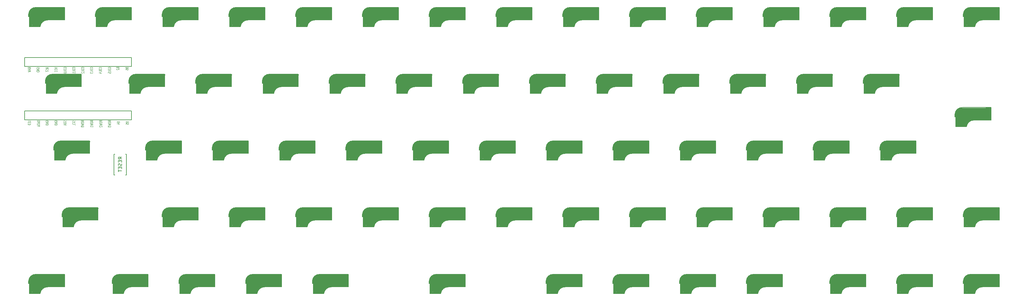
<source format=gbo>
G04 #@! TF.GenerationSoftware,KiCad,Pcbnew,(6.0.5)*
G04 #@! TF.CreationDate,2022-06-06T23:57:28+09:00*
G04 #@! TF.ProjectId,MHKB,4d484b42-2e6b-4696-9361-645f70636258,1.0*
G04 #@! TF.SameCoordinates,Original*
G04 #@! TF.FileFunction,Legend,Bot*
G04 #@! TF.FilePolarity,Positive*
%FSLAX46Y46*%
G04 Gerber Fmt 4.6, Leading zero omitted, Abs format (unit mm)*
G04 Created by KiCad (PCBNEW (6.0.5)) date 2022-06-06 23:57:28*
%MOMM*%
%LPD*%
G01*
G04 APERTURE LIST*
%ADD10C,0.150000*%
%ADD11C,0.125000*%
%ADD12C,3.500000*%
%ADD13C,0.500000*%
%ADD14C,3.000000*%
%ADD15C,1.000000*%
%ADD16C,0.400000*%
%ADD17C,0.300000*%
%ADD18C,0.800000*%
G04 APERTURE END LIST*
D10*
X61492380Y-76250619D02*
X61016190Y-75917285D01*
X61492380Y-75679190D02*
X60492380Y-75679190D01*
X60492380Y-76060142D01*
X60540000Y-76155380D01*
X60587619Y-76203000D01*
X60682857Y-76250619D01*
X60825714Y-76250619D01*
X60920952Y-76203000D01*
X60968571Y-76155380D01*
X61016190Y-76060142D01*
X61016190Y-75679190D01*
X60968571Y-76679190D02*
X60968571Y-77012523D01*
X61492380Y-77155380D02*
X61492380Y-76679190D01*
X60492380Y-76679190D01*
X60492380Y-77155380D01*
X61444761Y-77536333D02*
X61492380Y-77679190D01*
X61492380Y-77917285D01*
X61444761Y-78012523D01*
X61397142Y-78060142D01*
X61301904Y-78107761D01*
X61206666Y-78107761D01*
X61111428Y-78060142D01*
X61063809Y-78012523D01*
X61016190Y-77917285D01*
X60968571Y-77726809D01*
X60920952Y-77631571D01*
X60873333Y-77583952D01*
X60778095Y-77536333D01*
X60682857Y-77536333D01*
X60587619Y-77583952D01*
X60540000Y-77631571D01*
X60492380Y-77726809D01*
X60492380Y-77964904D01*
X60540000Y-78107761D01*
X60968571Y-78536333D02*
X60968571Y-78869666D01*
X61492380Y-79012523D02*
X61492380Y-78536333D01*
X60492380Y-78536333D01*
X60492380Y-79012523D01*
X60492380Y-79298238D02*
X60492380Y-79869666D01*
X61492380Y-79583952D02*
X60492380Y-79583952D01*
D11*
X63004928Y-65704119D02*
X63040642Y-65775547D01*
X63076357Y-65799357D01*
X63147785Y-65823166D01*
X63254928Y-65823166D01*
X63326357Y-65799357D01*
X63362071Y-65775547D01*
X63397785Y-65727928D01*
X63397785Y-65537452D01*
X62647785Y-65537452D01*
X62647785Y-65704119D01*
X62683500Y-65751738D01*
X62719214Y-65775547D01*
X62790642Y-65799357D01*
X62862071Y-65799357D01*
X62933500Y-65775547D01*
X62969214Y-65751738D01*
X63004928Y-65704119D01*
X63004928Y-65537452D01*
X62647785Y-66275547D02*
X62647785Y-66037452D01*
X63004928Y-66013642D01*
X62969214Y-66037452D01*
X62933500Y-66085071D01*
X62933500Y-66204119D01*
X62969214Y-66251738D01*
X63004928Y-66275547D01*
X63076357Y-66299357D01*
X63254928Y-66299357D01*
X63326357Y-66275547D01*
X63362071Y-66251738D01*
X63397785Y-66204119D01*
X63397785Y-66085071D01*
X63362071Y-66037452D01*
X63326357Y-66013642D01*
X45582071Y-65299357D02*
X45617785Y-65370785D01*
X45617785Y-65489833D01*
X45582071Y-65537452D01*
X45546357Y-65561261D01*
X45474928Y-65585071D01*
X45403500Y-65585071D01*
X45332071Y-65561261D01*
X45296357Y-65537452D01*
X45260642Y-65489833D01*
X45224928Y-65394595D01*
X45189214Y-65346976D01*
X45153500Y-65323166D01*
X45082071Y-65299357D01*
X45010642Y-65299357D01*
X44939214Y-65323166D01*
X44903500Y-65346976D01*
X44867785Y-65394595D01*
X44867785Y-65513642D01*
X44903500Y-65585071D01*
X45617785Y-65799357D02*
X44867785Y-65799357D01*
X44867785Y-65918404D01*
X44903500Y-65989833D01*
X44974928Y-66037452D01*
X45046357Y-66061261D01*
X45189214Y-66085071D01*
X45296357Y-66085071D01*
X45439214Y-66061261D01*
X45510642Y-66037452D01*
X45582071Y-65989833D01*
X45617785Y-65918404D01*
X45617785Y-65799357D01*
X45403500Y-66275547D02*
X45403500Y-66513642D01*
X45617785Y-66227928D02*
X44867785Y-66394595D01*
X45617785Y-66561261D01*
X38102285Y-65307500D02*
X37352285Y-65307500D01*
X37352285Y-65426547D01*
X37388000Y-65497976D01*
X37459428Y-65545595D01*
X37530857Y-65569404D01*
X37673714Y-65593214D01*
X37780857Y-65593214D01*
X37923714Y-65569404D01*
X37995142Y-65545595D01*
X38066571Y-65497976D01*
X38102285Y-65426547D01*
X38102285Y-65307500D01*
X37888000Y-65783690D02*
X37888000Y-66021785D01*
X38102285Y-65736071D02*
X37352285Y-65902738D01*
X38102285Y-66069404D01*
X37352285Y-66164642D02*
X37352285Y-66450357D01*
X38102285Y-66307500D02*
X37352285Y-66307500D01*
X37888000Y-66593214D02*
X37888000Y-66831309D01*
X38102285Y-66545595D02*
X37352285Y-66712261D01*
X38102285Y-66878928D01*
X42327785Y-50063333D02*
X43077785Y-50230000D01*
X42327785Y-50396666D01*
X43006357Y-50849047D02*
X43042071Y-50825238D01*
X43077785Y-50753809D01*
X43077785Y-50706190D01*
X43042071Y-50634761D01*
X42970642Y-50587142D01*
X42899214Y-50563333D01*
X42756357Y-50539523D01*
X42649214Y-50539523D01*
X42506357Y-50563333D01*
X42434928Y-50587142D01*
X42363500Y-50634761D01*
X42327785Y-50706190D01*
X42327785Y-50753809D01*
X42363500Y-50825238D01*
X42399214Y-50849047D01*
X43006357Y-51349047D02*
X43042071Y-51325238D01*
X43077785Y-51253809D01*
X43077785Y-51206190D01*
X43042071Y-51134761D01*
X42970642Y-51087142D01*
X42899214Y-51063333D01*
X42756357Y-51039523D01*
X42649214Y-51039523D01*
X42506357Y-51063333D01*
X42434928Y-51087142D01*
X42363500Y-51134761D01*
X42327785Y-51206190D01*
X42327785Y-51253809D01*
X42363500Y-51325238D01*
X42399214Y-51349047D01*
X50630857Y-50309880D02*
X50666571Y-50286071D01*
X50702285Y-50214642D01*
X50702285Y-50167023D01*
X50666571Y-50095595D01*
X50595142Y-50047976D01*
X50523714Y-50024166D01*
X50380857Y-50000357D01*
X50273714Y-50000357D01*
X50130857Y-50024166D01*
X50059428Y-50047976D01*
X49988000Y-50095595D01*
X49952285Y-50167023D01*
X49952285Y-50214642D01*
X49988000Y-50286071D01*
X50023714Y-50309880D01*
X49952285Y-50619404D02*
X49952285Y-50714642D01*
X49988000Y-50762261D01*
X50059428Y-50809880D01*
X50202285Y-50833690D01*
X50452285Y-50833690D01*
X50595142Y-50809880D01*
X50666571Y-50762261D01*
X50702285Y-50714642D01*
X50702285Y-50619404D01*
X50666571Y-50571785D01*
X50595142Y-50524166D01*
X50452285Y-50500357D01*
X50202285Y-50500357D01*
X50059428Y-50524166D01*
X49988000Y-50571785D01*
X49952285Y-50619404D01*
X50702285Y-51286071D02*
X50702285Y-51047976D01*
X49952285Y-51047976D01*
X50023714Y-51428928D02*
X49988000Y-51452738D01*
X49952285Y-51500357D01*
X49952285Y-51619404D01*
X49988000Y-51667023D01*
X50023714Y-51690833D01*
X50095142Y-51714642D01*
X50166571Y-51714642D01*
X50273714Y-51690833D01*
X50702285Y-51405119D01*
X50702285Y-51714642D01*
X60464928Y-65704119D02*
X60500642Y-65775547D01*
X60536357Y-65799357D01*
X60607785Y-65823166D01*
X60714928Y-65823166D01*
X60786357Y-65799357D01*
X60822071Y-65775547D01*
X60857785Y-65727928D01*
X60857785Y-65537452D01*
X60107785Y-65537452D01*
X60107785Y-65704119D01*
X60143500Y-65751738D01*
X60179214Y-65775547D01*
X60250642Y-65799357D01*
X60322071Y-65799357D01*
X60393500Y-65775547D01*
X60429214Y-65751738D01*
X60464928Y-65704119D01*
X60464928Y-65537452D01*
X60357785Y-66251738D02*
X60857785Y-66251738D01*
X60072071Y-66132690D02*
X60607785Y-66013642D01*
X60607785Y-66323166D01*
X55642857Y-50359880D02*
X55678571Y-50336071D01*
X55714285Y-50264642D01*
X55714285Y-50217023D01*
X55678571Y-50145595D01*
X55607142Y-50097976D01*
X55535714Y-50074166D01*
X55392857Y-50050357D01*
X55285714Y-50050357D01*
X55142857Y-50074166D01*
X55071428Y-50097976D01*
X55000000Y-50145595D01*
X54964285Y-50217023D01*
X54964285Y-50264642D01*
X55000000Y-50336071D01*
X55035714Y-50359880D01*
X54964285Y-50669404D02*
X54964285Y-50764642D01*
X55000000Y-50812261D01*
X55071428Y-50859880D01*
X55214285Y-50883690D01*
X55464285Y-50883690D01*
X55607142Y-50859880D01*
X55678571Y-50812261D01*
X55714285Y-50764642D01*
X55714285Y-50669404D01*
X55678571Y-50621785D01*
X55607142Y-50574166D01*
X55464285Y-50550357D01*
X55214285Y-50550357D01*
X55071428Y-50574166D01*
X55000000Y-50621785D01*
X54964285Y-50669404D01*
X55714285Y-51336071D02*
X55714285Y-51097976D01*
X54964285Y-51097976D01*
X55214285Y-51717023D02*
X55714285Y-51717023D01*
X54928571Y-51597976D02*
X55464285Y-51478928D01*
X55464285Y-51788452D01*
X39823500Y-65525547D02*
X39787785Y-65477928D01*
X39787785Y-65406500D01*
X39823500Y-65335071D01*
X39894928Y-65287452D01*
X39966357Y-65263642D01*
X40109214Y-65239833D01*
X40216357Y-65239833D01*
X40359214Y-65263642D01*
X40430642Y-65287452D01*
X40502071Y-65335071D01*
X40537785Y-65406500D01*
X40537785Y-65454119D01*
X40502071Y-65525547D01*
X40466357Y-65549357D01*
X40216357Y-65549357D01*
X40216357Y-65454119D01*
X40537785Y-65763642D02*
X39787785Y-65763642D01*
X40537785Y-66049357D01*
X39787785Y-66049357D01*
X40537785Y-66287452D02*
X39787785Y-66287452D01*
X39787785Y-66406500D01*
X39823500Y-66477928D01*
X39894928Y-66525547D01*
X39966357Y-66549357D01*
X40109214Y-66573166D01*
X40216357Y-66573166D01*
X40359214Y-66549357D01*
X40430642Y-66525547D01*
X40502071Y-66477928D01*
X40537785Y-66406500D01*
X40537785Y-66287452D01*
X62941428Y-50210119D02*
X62977142Y-50281547D01*
X63012857Y-50305357D01*
X63084285Y-50329166D01*
X63191428Y-50329166D01*
X63262857Y-50305357D01*
X63298571Y-50281547D01*
X63334285Y-50233928D01*
X63334285Y-50043452D01*
X62584285Y-50043452D01*
X62584285Y-50210119D01*
X62620000Y-50257738D01*
X62655714Y-50281547D01*
X62727142Y-50305357D01*
X62798571Y-50305357D01*
X62870000Y-50281547D01*
X62905714Y-50257738D01*
X62941428Y-50210119D01*
X62941428Y-50043452D01*
X62584285Y-50757738D02*
X62584285Y-50662500D01*
X62620000Y-50614880D01*
X62655714Y-50591071D01*
X62762857Y-50543452D01*
X62905714Y-50519642D01*
X63191428Y-50519642D01*
X63262857Y-50543452D01*
X63298571Y-50567261D01*
X63334285Y-50614880D01*
X63334285Y-50710119D01*
X63298571Y-50757738D01*
X63262857Y-50781547D01*
X63191428Y-50805357D01*
X63012857Y-50805357D01*
X62941428Y-50781547D01*
X62905714Y-50757738D01*
X62870000Y-50710119D01*
X62870000Y-50614880D01*
X62905714Y-50567261D01*
X62941428Y-50543452D01*
X63012857Y-50519642D01*
X48086357Y-50309880D02*
X48122071Y-50286071D01*
X48157785Y-50214642D01*
X48157785Y-50167023D01*
X48122071Y-50095595D01*
X48050642Y-50047976D01*
X47979214Y-50024166D01*
X47836357Y-50000357D01*
X47729214Y-50000357D01*
X47586357Y-50024166D01*
X47514928Y-50047976D01*
X47443500Y-50095595D01*
X47407785Y-50167023D01*
X47407785Y-50214642D01*
X47443500Y-50286071D01*
X47479214Y-50309880D01*
X47407785Y-50619404D02*
X47407785Y-50714642D01*
X47443500Y-50762261D01*
X47514928Y-50809880D01*
X47657785Y-50833690D01*
X47907785Y-50833690D01*
X48050642Y-50809880D01*
X48122071Y-50762261D01*
X48157785Y-50714642D01*
X48157785Y-50619404D01*
X48122071Y-50571785D01*
X48050642Y-50524166D01*
X47907785Y-50500357D01*
X47657785Y-50500357D01*
X47514928Y-50524166D01*
X47443500Y-50571785D01*
X47407785Y-50619404D01*
X48157785Y-51286071D02*
X48157785Y-51047976D01*
X47407785Y-51047976D01*
X48157785Y-51714642D02*
X48157785Y-51428928D01*
X48157785Y-51571785D02*
X47407785Y-51571785D01*
X47514928Y-51524166D01*
X47586357Y-51476547D01*
X47622071Y-51428928D01*
X45580857Y-50309880D02*
X45616571Y-50286071D01*
X45652285Y-50214642D01*
X45652285Y-50167023D01*
X45616571Y-50095595D01*
X45545142Y-50047976D01*
X45473714Y-50024166D01*
X45330857Y-50000357D01*
X45223714Y-50000357D01*
X45080857Y-50024166D01*
X45009428Y-50047976D01*
X44938000Y-50095595D01*
X44902285Y-50167023D01*
X44902285Y-50214642D01*
X44938000Y-50286071D01*
X44973714Y-50309880D01*
X44902285Y-50619404D02*
X44902285Y-50714642D01*
X44938000Y-50762261D01*
X45009428Y-50809880D01*
X45152285Y-50833690D01*
X45402285Y-50833690D01*
X45545142Y-50809880D01*
X45616571Y-50762261D01*
X45652285Y-50714642D01*
X45652285Y-50619404D01*
X45616571Y-50571785D01*
X45545142Y-50524166D01*
X45402285Y-50500357D01*
X45152285Y-50500357D01*
X45009428Y-50524166D01*
X44938000Y-50571785D01*
X44902285Y-50619404D01*
X45652285Y-51286071D02*
X45652285Y-51047976D01*
X44902285Y-51047976D01*
X44902285Y-51547976D02*
X44902285Y-51595595D01*
X44938000Y-51643214D01*
X44973714Y-51667023D01*
X45045142Y-51690833D01*
X45188000Y-51714642D01*
X45366571Y-51714642D01*
X45509428Y-51690833D01*
X45580857Y-51667023D01*
X45616571Y-51643214D01*
X45652285Y-51595595D01*
X45652285Y-51547976D01*
X45616571Y-51500357D01*
X45580857Y-51476547D01*
X45509428Y-51452738D01*
X45366571Y-51428928D01*
X45188000Y-51428928D01*
X45045142Y-51452738D01*
X44973714Y-51476547D01*
X44938000Y-51500357D01*
X44902285Y-51547976D01*
X55841285Y-65526547D02*
X55484142Y-65359880D01*
X55841285Y-65240833D02*
X55091285Y-65240833D01*
X55091285Y-65431309D01*
X55127000Y-65478928D01*
X55162714Y-65502738D01*
X55234142Y-65526547D01*
X55341285Y-65526547D01*
X55412714Y-65502738D01*
X55448428Y-65478928D01*
X55484142Y-65431309D01*
X55484142Y-65240833D01*
X55091285Y-65836071D02*
X55091285Y-65931309D01*
X55127000Y-65978928D01*
X55198428Y-66026547D01*
X55341285Y-66050357D01*
X55591285Y-66050357D01*
X55734142Y-66026547D01*
X55805571Y-65978928D01*
X55841285Y-65931309D01*
X55841285Y-65836071D01*
X55805571Y-65788452D01*
X55734142Y-65740833D01*
X55591285Y-65717023D01*
X55341285Y-65717023D01*
X55198428Y-65740833D01*
X55127000Y-65788452D01*
X55091285Y-65836071D01*
X55091285Y-66217023D02*
X55841285Y-66336071D01*
X55305571Y-66431309D01*
X55841285Y-66526547D01*
X55091285Y-66645595D01*
X55162714Y-66812261D02*
X55127000Y-66836071D01*
X55091285Y-66883690D01*
X55091285Y-67002738D01*
X55127000Y-67050357D01*
X55162714Y-67074166D01*
X55234142Y-67097976D01*
X55305571Y-67097976D01*
X55412714Y-67074166D01*
X55841285Y-66788452D01*
X55841285Y-67097976D01*
X53130857Y-50309880D02*
X53166571Y-50286071D01*
X53202285Y-50214642D01*
X53202285Y-50167023D01*
X53166571Y-50095595D01*
X53095142Y-50047976D01*
X53023714Y-50024166D01*
X52880857Y-50000357D01*
X52773714Y-50000357D01*
X52630857Y-50024166D01*
X52559428Y-50047976D01*
X52488000Y-50095595D01*
X52452285Y-50167023D01*
X52452285Y-50214642D01*
X52488000Y-50286071D01*
X52523714Y-50309880D01*
X52452285Y-50619404D02*
X52452285Y-50714642D01*
X52488000Y-50762261D01*
X52559428Y-50809880D01*
X52702285Y-50833690D01*
X52952285Y-50833690D01*
X53095142Y-50809880D01*
X53166571Y-50762261D01*
X53202285Y-50714642D01*
X53202285Y-50619404D01*
X53166571Y-50571785D01*
X53095142Y-50524166D01*
X52952285Y-50500357D01*
X52702285Y-50500357D01*
X52559428Y-50524166D01*
X52488000Y-50571785D01*
X52452285Y-50619404D01*
X53202285Y-51286071D02*
X53202285Y-51047976D01*
X52452285Y-51047976D01*
X52452285Y-51405119D02*
X52452285Y-51714642D01*
X52738000Y-51547976D01*
X52738000Y-51619404D01*
X52773714Y-51667023D01*
X52809428Y-51690833D01*
X52880857Y-51714642D01*
X53059428Y-51714642D01*
X53130857Y-51690833D01*
X53166571Y-51667023D01*
X53202285Y-51619404D01*
X53202285Y-51476547D01*
X53166571Y-51428928D01*
X53130857Y-51405119D01*
X37220000Y-50349047D02*
X37184285Y-50301428D01*
X37184285Y-50230000D01*
X37220000Y-50158571D01*
X37291428Y-50110952D01*
X37362857Y-50087142D01*
X37505714Y-50063333D01*
X37612857Y-50063333D01*
X37755714Y-50087142D01*
X37827142Y-50110952D01*
X37898571Y-50158571D01*
X37934285Y-50230000D01*
X37934285Y-50277619D01*
X37898571Y-50349047D01*
X37862857Y-50372857D01*
X37612857Y-50372857D01*
X37612857Y-50277619D01*
X37934285Y-50587142D02*
X37184285Y-50587142D01*
X37934285Y-50872857D01*
X37184285Y-50872857D01*
X37934285Y-51110952D02*
X37184285Y-51110952D01*
X37184285Y-51230000D01*
X37220000Y-51301428D01*
X37291428Y-51349047D01*
X37362857Y-51372857D01*
X37505714Y-51396666D01*
X37612857Y-51396666D01*
X37755714Y-51372857D01*
X37827142Y-51349047D01*
X37898571Y-51301428D01*
X37934285Y-51230000D01*
X37934285Y-51110952D01*
X42363500Y-65525547D02*
X42327785Y-65477928D01*
X42327785Y-65406500D01*
X42363500Y-65335071D01*
X42434928Y-65287452D01*
X42506357Y-65263642D01*
X42649214Y-65239833D01*
X42756357Y-65239833D01*
X42899214Y-65263642D01*
X42970642Y-65287452D01*
X43042071Y-65335071D01*
X43077785Y-65406500D01*
X43077785Y-65454119D01*
X43042071Y-65525547D01*
X43006357Y-65549357D01*
X42756357Y-65549357D01*
X42756357Y-65454119D01*
X43077785Y-65763642D02*
X42327785Y-65763642D01*
X43077785Y-66049357D01*
X42327785Y-66049357D01*
X43077785Y-66287452D02*
X42327785Y-66287452D01*
X42327785Y-66406500D01*
X42363500Y-66477928D01*
X42434928Y-66525547D01*
X42506357Y-66549357D01*
X42649214Y-66573166D01*
X42756357Y-66573166D01*
X42899214Y-66549357D01*
X42970642Y-66525547D01*
X43042071Y-66477928D01*
X43077785Y-66406500D01*
X43077785Y-66287452D01*
X35457785Y-50321261D02*
X35100642Y-50154595D01*
X35457785Y-50035547D02*
X34707785Y-50035547D01*
X34707785Y-50226023D01*
X34743500Y-50273642D01*
X34779214Y-50297452D01*
X34850642Y-50321261D01*
X34957785Y-50321261D01*
X35029214Y-50297452D01*
X35064928Y-50273642D01*
X35100642Y-50226023D01*
X35100642Y-50035547D01*
X35243500Y-50511738D02*
X35243500Y-50749833D01*
X35457785Y-50464119D02*
X34707785Y-50630785D01*
X35457785Y-50797452D01*
X34707785Y-50916500D02*
X35457785Y-51035547D01*
X34922071Y-51130785D01*
X35457785Y-51226023D01*
X34707785Y-51345071D01*
D10*
D11*
X40537785Y-50392690D02*
X40180642Y-50226023D01*
X40537785Y-50106976D02*
X39787785Y-50106976D01*
X39787785Y-50297452D01*
X39823500Y-50345071D01*
X39859214Y-50368880D01*
X39930642Y-50392690D01*
X40037785Y-50392690D01*
X40109214Y-50368880D01*
X40144928Y-50345071D01*
X40180642Y-50297452D01*
X40180642Y-50106976D01*
X40502071Y-50583166D02*
X40537785Y-50654595D01*
X40537785Y-50773642D01*
X40502071Y-50821261D01*
X40466357Y-50845071D01*
X40394928Y-50868880D01*
X40323500Y-50868880D01*
X40252071Y-50845071D01*
X40216357Y-50821261D01*
X40180642Y-50773642D01*
X40144928Y-50678404D01*
X40109214Y-50630785D01*
X40073500Y-50606976D01*
X40002071Y-50583166D01*
X39930642Y-50583166D01*
X39859214Y-50606976D01*
X39823500Y-50630785D01*
X39787785Y-50678404D01*
X39787785Y-50797452D01*
X39823500Y-50868880D01*
X39787785Y-51011738D02*
X39787785Y-51297452D01*
X40537785Y-51154595D02*
X39787785Y-51154595D01*
X53237785Y-65526547D02*
X52880642Y-65359880D01*
X53237785Y-65240833D02*
X52487785Y-65240833D01*
X52487785Y-65431309D01*
X52523500Y-65478928D01*
X52559214Y-65502738D01*
X52630642Y-65526547D01*
X52737785Y-65526547D01*
X52809214Y-65502738D01*
X52844928Y-65478928D01*
X52880642Y-65431309D01*
X52880642Y-65240833D01*
X52487785Y-65836071D02*
X52487785Y-65931309D01*
X52523500Y-65978928D01*
X52594928Y-66026547D01*
X52737785Y-66050357D01*
X52987785Y-66050357D01*
X53130642Y-66026547D01*
X53202071Y-65978928D01*
X53237785Y-65931309D01*
X53237785Y-65836071D01*
X53202071Y-65788452D01*
X53130642Y-65740833D01*
X52987785Y-65717023D01*
X52737785Y-65717023D01*
X52594928Y-65740833D01*
X52523500Y-65788452D01*
X52487785Y-65836071D01*
X52487785Y-66217023D02*
X53237785Y-66336071D01*
X52702071Y-66431309D01*
X53237785Y-66526547D01*
X52487785Y-66645595D01*
X53237785Y-67097976D02*
X53237785Y-66812261D01*
X53237785Y-66955119D02*
X52487785Y-66955119D01*
X52594928Y-66907500D01*
X52666357Y-66859880D01*
X52702071Y-66812261D01*
X48122071Y-65311261D02*
X48157785Y-65382690D01*
X48157785Y-65501738D01*
X48122071Y-65549357D01*
X48086357Y-65573166D01*
X48014928Y-65596976D01*
X47943500Y-65596976D01*
X47872071Y-65573166D01*
X47836357Y-65549357D01*
X47800642Y-65501738D01*
X47764928Y-65406500D01*
X47729214Y-65358880D01*
X47693500Y-65335071D01*
X47622071Y-65311261D01*
X47550642Y-65311261D01*
X47479214Y-65335071D01*
X47443500Y-65358880D01*
X47407785Y-65406500D01*
X47407785Y-65525547D01*
X47443500Y-65596976D01*
X48086357Y-66096976D02*
X48122071Y-66073166D01*
X48157785Y-66001738D01*
X48157785Y-65954119D01*
X48122071Y-65882690D01*
X48050642Y-65835071D01*
X47979214Y-65811261D01*
X47836357Y-65787452D01*
X47729214Y-65787452D01*
X47586357Y-65811261D01*
X47514928Y-65835071D01*
X47443500Y-65882690D01*
X47407785Y-65954119D01*
X47407785Y-66001738D01*
X47443500Y-66073166D01*
X47479214Y-66096976D01*
X48157785Y-66549357D02*
X48157785Y-66311261D01*
X47407785Y-66311261D01*
X60337928Y-50146619D02*
X60373642Y-50218047D01*
X60409357Y-50241857D01*
X60480785Y-50265666D01*
X60587928Y-50265666D01*
X60659357Y-50241857D01*
X60695071Y-50218047D01*
X60730785Y-50170428D01*
X60730785Y-49979952D01*
X59980785Y-49979952D01*
X59980785Y-50146619D01*
X60016500Y-50194238D01*
X60052214Y-50218047D01*
X60123642Y-50241857D01*
X60195071Y-50241857D01*
X60266500Y-50218047D01*
X60302214Y-50194238D01*
X60337928Y-50146619D01*
X60337928Y-49979952D01*
X60052214Y-50456142D02*
X60016500Y-50479952D01*
X59980785Y-50527571D01*
X59980785Y-50646619D01*
X60016500Y-50694238D01*
X60052214Y-50718047D01*
X60123642Y-50741857D01*
X60195071Y-50741857D01*
X60302214Y-50718047D01*
X60730785Y-50432333D01*
X60730785Y-50741857D01*
X58280857Y-50309880D02*
X58316571Y-50286071D01*
X58352285Y-50214642D01*
X58352285Y-50167023D01*
X58316571Y-50095595D01*
X58245142Y-50047976D01*
X58173714Y-50024166D01*
X58030857Y-50000357D01*
X57923714Y-50000357D01*
X57780857Y-50024166D01*
X57709428Y-50047976D01*
X57638000Y-50095595D01*
X57602285Y-50167023D01*
X57602285Y-50214642D01*
X57638000Y-50286071D01*
X57673714Y-50309880D01*
X57602285Y-50619404D02*
X57602285Y-50714642D01*
X57638000Y-50762261D01*
X57709428Y-50809880D01*
X57852285Y-50833690D01*
X58102285Y-50833690D01*
X58245142Y-50809880D01*
X58316571Y-50762261D01*
X58352285Y-50714642D01*
X58352285Y-50619404D01*
X58316571Y-50571785D01*
X58245142Y-50524166D01*
X58102285Y-50500357D01*
X57852285Y-50500357D01*
X57709428Y-50524166D01*
X57638000Y-50571785D01*
X57602285Y-50619404D01*
X58352285Y-51286071D02*
X58352285Y-51047976D01*
X57602285Y-51047976D01*
X57602285Y-51690833D02*
X57602285Y-51452738D01*
X57959428Y-51428928D01*
X57923714Y-51452738D01*
X57888000Y-51500357D01*
X57888000Y-51619404D01*
X57923714Y-51667023D01*
X57959428Y-51690833D01*
X58030857Y-51714642D01*
X58209428Y-51714642D01*
X58280857Y-51690833D01*
X58316571Y-51667023D01*
X58352285Y-51619404D01*
X58352285Y-51500357D01*
X58316571Y-51452738D01*
X58280857Y-51428928D01*
X58352285Y-65526547D02*
X57995142Y-65359880D01*
X58352285Y-65240833D02*
X57602285Y-65240833D01*
X57602285Y-65431309D01*
X57638000Y-65478928D01*
X57673714Y-65502738D01*
X57745142Y-65526547D01*
X57852285Y-65526547D01*
X57923714Y-65502738D01*
X57959428Y-65478928D01*
X57995142Y-65431309D01*
X57995142Y-65240833D01*
X57602285Y-65836071D02*
X57602285Y-65931309D01*
X57638000Y-65978928D01*
X57709428Y-66026547D01*
X57852285Y-66050357D01*
X58102285Y-66050357D01*
X58245142Y-66026547D01*
X58316571Y-65978928D01*
X58352285Y-65931309D01*
X58352285Y-65836071D01*
X58316571Y-65788452D01*
X58245142Y-65740833D01*
X58102285Y-65717023D01*
X57852285Y-65717023D01*
X57709428Y-65740833D01*
X57638000Y-65788452D01*
X57602285Y-65836071D01*
X57602285Y-66217023D02*
X58352285Y-66336071D01*
X57816571Y-66431309D01*
X58352285Y-66526547D01*
X57602285Y-66645595D01*
X57602285Y-66788452D02*
X57602285Y-67097976D01*
X57888000Y-66931309D01*
X57888000Y-67002738D01*
X57923714Y-67050357D01*
X57959428Y-67074166D01*
X58030857Y-67097976D01*
X58209428Y-67097976D01*
X58280857Y-67074166D01*
X58316571Y-67050357D01*
X58352285Y-67002738D01*
X58352285Y-66859880D01*
X58316571Y-66812261D01*
X58280857Y-66788452D01*
X50634285Y-65526547D02*
X50277142Y-65359880D01*
X50634285Y-65240833D02*
X49884285Y-65240833D01*
X49884285Y-65431309D01*
X49920000Y-65478928D01*
X49955714Y-65502738D01*
X50027142Y-65526547D01*
X50134285Y-65526547D01*
X50205714Y-65502738D01*
X50241428Y-65478928D01*
X50277142Y-65431309D01*
X50277142Y-65240833D01*
X49884285Y-65836071D02*
X49884285Y-65931309D01*
X49920000Y-65978928D01*
X49991428Y-66026547D01*
X50134285Y-66050357D01*
X50384285Y-66050357D01*
X50527142Y-66026547D01*
X50598571Y-65978928D01*
X50634285Y-65931309D01*
X50634285Y-65836071D01*
X50598571Y-65788452D01*
X50527142Y-65740833D01*
X50384285Y-65717023D01*
X50134285Y-65717023D01*
X49991428Y-65740833D01*
X49920000Y-65788452D01*
X49884285Y-65836071D01*
X49884285Y-66217023D02*
X50634285Y-66336071D01*
X50098571Y-66431309D01*
X50634285Y-66526547D01*
X49884285Y-66645595D01*
X49884285Y-66931309D02*
X49884285Y-66978928D01*
X49920000Y-67026547D01*
X49955714Y-67050357D01*
X50027142Y-67074166D01*
X50170000Y-67097976D01*
X50348571Y-67097976D01*
X50491428Y-67074166D01*
X50562857Y-67050357D01*
X50598571Y-67026547D01*
X50634285Y-66978928D01*
X50634285Y-66931309D01*
X50598571Y-66883690D01*
X50562857Y-66859880D01*
X50491428Y-66836071D01*
X50348571Y-66812261D01*
X50170000Y-66812261D01*
X50027142Y-66836071D01*
X49955714Y-66859880D01*
X49920000Y-66883690D01*
X49884285Y-66931309D01*
X35457785Y-65585071D02*
X35457785Y-65346976D01*
X34707785Y-65346976D01*
X35064928Y-65751738D02*
X35064928Y-65918404D01*
X35457785Y-65989833D02*
X35457785Y-65751738D01*
X34707785Y-65751738D01*
X34707785Y-65989833D01*
X35457785Y-66204119D02*
X34707785Y-66204119D01*
X34707785Y-66323166D01*
X34743500Y-66394595D01*
X34814928Y-66442214D01*
X34886357Y-66466023D01*
X35029214Y-66489833D01*
X35136357Y-66489833D01*
X35279214Y-66466023D01*
X35350642Y-66442214D01*
X35422071Y-66394595D01*
X35457785Y-66323166D01*
X35457785Y-66204119D01*
D12*
X48171000Y-53802000D02*
X41471000Y-53802000D01*
D10*
X39921000Y-57502000D02*
X42951000Y-57502000D01*
X39921000Y-53052000D02*
X39921000Y-57502000D01*
X49971000Y-52002000D02*
X41770999Y-52002000D01*
D13*
X40121000Y-57302000D02*
X42571000Y-57302000D01*
X49771000Y-55352000D02*
X48471000Y-55302000D01*
D14*
X41401000Y-53502000D02*
X41401000Y-55742000D01*
D15*
X49471000Y-52602000D02*
X49471000Y-55102000D01*
D16*
X49821000Y-52202000D02*
X48571000Y-52202000D01*
D17*
X39771000Y-54552000D02*
X39771000Y-53902000D01*
D10*
X49951000Y-54602000D02*
X49951000Y-52352000D01*
X39671000Y-54652000D02*
X39871000Y-54652000D01*
D18*
X40271000Y-57002000D02*
X40271000Y-55202001D01*
D10*
X49971000Y-55602000D02*
X49971000Y-52002000D01*
X45171000Y-55602000D02*
X49971000Y-55602000D01*
X39671000Y-53902000D02*
X39671000Y-54652000D01*
X41770999Y-52001999D02*
G75*
G03*
X39671000Y-53902001I-100000J-1999999D01*
G01*
X45171000Y-55602000D02*
G75*
G03*
X42954682Y-57480529I-65001J-2169999D01*
G01*
D15*
X44771000Y-55202000D02*
G75*
G03*
X42554682Y-57080529I-65001J-2169999D01*
G01*
D12*
X43408000Y-34752000D02*
X36708000Y-34752000D01*
D10*
X35158000Y-34002000D02*
X35158000Y-38452000D01*
X45188000Y-35552000D02*
X45188000Y-33302000D01*
X34908000Y-35602000D02*
X35108000Y-35602000D01*
D16*
X45058000Y-33152000D02*
X43808000Y-33152000D01*
D10*
X40408000Y-36552000D02*
X45208000Y-36552000D01*
X34908000Y-34852000D02*
X34908000Y-35602000D01*
D17*
X35008000Y-35502000D02*
X35008000Y-34852000D01*
D10*
X45208000Y-36552000D02*
X45208000Y-32952000D01*
D14*
X36638000Y-34452000D02*
X36638000Y-36692000D01*
D15*
X44708000Y-33552000D02*
X44708000Y-36052000D01*
D18*
X35508000Y-37952000D02*
X35508000Y-36152001D01*
D10*
X45208000Y-32952000D02*
X37007999Y-32952000D01*
X35158000Y-38452000D02*
X38188000Y-38452000D01*
D13*
X35358000Y-38252000D02*
X37808000Y-38252000D01*
X45008000Y-36302000D02*
X43708000Y-36252000D01*
D10*
X40408000Y-36552000D02*
G75*
G03*
X38191682Y-38430529I-65001J-2169999D01*
G01*
D15*
X40008000Y-36152000D02*
G75*
G03*
X37791682Y-38030529I-65001J-2169999D01*
G01*
D10*
X37007999Y-32951999D02*
G75*
G03*
X34908000Y-34852001I-100000J-1999999D01*
G01*
D12*
X62458000Y-34752000D02*
X55758000Y-34752000D01*
D13*
X54408000Y-38252000D02*
X56858000Y-38252000D01*
D10*
X64258000Y-32952000D02*
X56057999Y-32952000D01*
X64258000Y-36552000D02*
X64258000Y-32952000D01*
X64238000Y-35552000D02*
X64238000Y-33302000D01*
D16*
X64108000Y-33152000D02*
X62858000Y-33152000D01*
D14*
X55688000Y-34452000D02*
X55688000Y-36692000D01*
D15*
X63758000Y-33552000D02*
X63758000Y-36052000D01*
D10*
X53958000Y-35602000D02*
X54158000Y-35602000D01*
X59458000Y-36552000D02*
X64258000Y-36552000D01*
D13*
X64058000Y-36302000D02*
X62758000Y-36252000D01*
D18*
X54558000Y-37952000D02*
X54558000Y-36152001D01*
D10*
X54208000Y-34002000D02*
X54208000Y-38452000D01*
D17*
X54058000Y-35502000D02*
X54058000Y-34852000D01*
D10*
X54208000Y-38452000D02*
X57238000Y-38452000D01*
X53958000Y-34852000D02*
X53958000Y-35602000D01*
X56057999Y-32951999D02*
G75*
G03*
X53958000Y-34852001I-100000J-1999999D01*
G01*
X59458000Y-36552000D02*
G75*
G03*
X57241682Y-38430529I-65001J-2169999D01*
G01*
D15*
X59058000Y-36152000D02*
G75*
G03*
X56841682Y-38030529I-65001J-2169999D01*
G01*
D10*
X83288000Y-35552000D02*
X83288000Y-33302000D01*
X73008000Y-35602000D02*
X73208000Y-35602000D01*
D18*
X73608000Y-37952000D02*
X73608000Y-36152001D01*
D13*
X83108000Y-36302000D02*
X81808000Y-36252000D01*
D14*
X74738000Y-34452000D02*
X74738000Y-36692000D01*
D10*
X83308000Y-36552000D02*
X83308000Y-32952000D01*
X73258000Y-38452000D02*
X76288000Y-38452000D01*
D17*
X73108000Y-35502000D02*
X73108000Y-34852000D01*
D10*
X78508000Y-36552000D02*
X83308000Y-36552000D01*
D13*
X73458000Y-38252000D02*
X75908000Y-38252000D01*
D10*
X83308000Y-32952000D02*
X75107999Y-32952000D01*
D12*
X81508000Y-34752000D02*
X74808000Y-34752000D01*
D10*
X73008000Y-34852000D02*
X73008000Y-35602000D01*
D15*
X82808000Y-33552000D02*
X82808000Y-36052000D01*
D10*
X73258000Y-34002000D02*
X73258000Y-38452000D01*
D16*
X83158000Y-33152000D02*
X81908000Y-33152000D01*
D10*
X78508000Y-36552000D02*
G75*
G03*
X76291682Y-38430529I-65001J-2169999D01*
G01*
X75107999Y-32951999D02*
G75*
G03*
X73008000Y-34852001I-100000J-1999999D01*
G01*
D15*
X78108000Y-36152000D02*
G75*
G03*
X75891682Y-38030529I-65001J-2169999D01*
G01*
D10*
X102358000Y-36552000D02*
X102358000Y-32952000D01*
D17*
X92158000Y-35502000D02*
X92158000Y-34852000D01*
D10*
X102338000Y-35552000D02*
X102338000Y-33302000D01*
X92058000Y-35602000D02*
X92258000Y-35602000D01*
X97558000Y-36552000D02*
X102358000Y-36552000D01*
D16*
X102208000Y-33152000D02*
X100958000Y-33152000D01*
D10*
X92308000Y-38452000D02*
X95338000Y-38452000D01*
D13*
X92508000Y-38252000D02*
X94958000Y-38252000D01*
D15*
X101858000Y-33552000D02*
X101858000Y-36052000D01*
D18*
X92658000Y-37952000D02*
X92658000Y-36152001D01*
D14*
X93788000Y-34452000D02*
X93788000Y-36692000D01*
D12*
X100558000Y-34752000D02*
X93858000Y-34752000D01*
D10*
X92308000Y-34002000D02*
X92308000Y-38452000D01*
X102358000Y-32952000D02*
X94157999Y-32952000D01*
X92058000Y-34852000D02*
X92058000Y-35602000D01*
D13*
X102158000Y-36302000D02*
X100858000Y-36252000D01*
D10*
X94157999Y-32951999D02*
G75*
G03*
X92058000Y-34852001I-100000J-1999999D01*
G01*
X97558000Y-36552000D02*
G75*
G03*
X95341682Y-38430529I-65001J-2169999D01*
G01*
D15*
X97158000Y-36152000D02*
G75*
G03*
X94941682Y-38030529I-65001J-2169999D01*
G01*
D10*
X116608000Y-36552000D02*
X121408000Y-36552000D01*
X121408000Y-32952000D02*
X113207999Y-32952000D01*
D14*
X112838000Y-34452000D02*
X112838000Y-36692000D01*
D13*
X121208000Y-36302000D02*
X119908000Y-36252000D01*
D10*
X121408000Y-36552000D02*
X121408000Y-32952000D01*
X121388000Y-35552000D02*
X121388000Y-33302000D01*
D18*
X111708000Y-37952000D02*
X111708000Y-36152001D01*
D17*
X111208000Y-35502000D02*
X111208000Y-34852000D01*
D10*
X111358000Y-34002000D02*
X111358000Y-38452000D01*
D15*
X120908000Y-33552000D02*
X120908000Y-36052000D01*
D10*
X111358000Y-38452000D02*
X114388000Y-38452000D01*
X111108000Y-35602000D02*
X111308000Y-35602000D01*
X111108000Y-34852000D02*
X111108000Y-35602000D01*
D13*
X111558000Y-38252000D02*
X114008000Y-38252000D01*
D16*
X121258000Y-33152000D02*
X120008000Y-33152000D01*
D12*
X119608000Y-34752000D02*
X112908000Y-34752000D01*
D10*
X116608000Y-36552000D02*
G75*
G03*
X114391682Y-38430529I-65001J-2169999D01*
G01*
D15*
X116208000Y-36152000D02*
G75*
G03*
X113991682Y-38030529I-65001J-2169999D01*
G01*
D10*
X113207999Y-32951999D02*
G75*
G03*
X111108000Y-34852001I-100000J-1999999D01*
G01*
X130408000Y-38452000D02*
X133438000Y-38452000D01*
X140458000Y-36552000D02*
X140458000Y-32952000D01*
D13*
X130608000Y-38252000D02*
X133058000Y-38252000D01*
D10*
X135658000Y-36552000D02*
X140458000Y-36552000D01*
D14*
X131888000Y-34452000D02*
X131888000Y-36692000D01*
D16*
X140308000Y-33152000D02*
X139058000Y-33152000D01*
D18*
X130758000Y-37952000D02*
X130758000Y-36152001D01*
D13*
X140258000Y-36302000D02*
X138958000Y-36252000D01*
D10*
X130158000Y-34852000D02*
X130158000Y-35602000D01*
D12*
X138658000Y-34752000D02*
X131958000Y-34752000D01*
D10*
X140458000Y-32952000D02*
X132257999Y-32952000D01*
X130408000Y-34002000D02*
X130408000Y-38452000D01*
D17*
X130258000Y-35502000D02*
X130258000Y-34852000D01*
D10*
X140438000Y-35552000D02*
X140438000Y-33302000D01*
X130158000Y-35602000D02*
X130358000Y-35602000D01*
D15*
X139958000Y-33552000D02*
X139958000Y-36052000D01*
D10*
X135658000Y-36552000D02*
G75*
G03*
X133441682Y-38430529I-65001J-2169999D01*
G01*
X132257999Y-32951999D02*
G75*
G03*
X130158000Y-34852001I-100000J-1999999D01*
G01*
D15*
X135258000Y-36152000D02*
G75*
G03*
X133041682Y-38030529I-65001J-2169999D01*
G01*
D10*
X149208000Y-35602000D02*
X149408000Y-35602000D01*
X149458000Y-34002000D02*
X149458000Y-38452000D01*
X149458000Y-38452000D02*
X152488000Y-38452000D01*
X159508000Y-36552000D02*
X159508000Y-32952000D01*
D15*
X159008000Y-33552000D02*
X159008000Y-36052000D01*
D17*
X149308000Y-35502000D02*
X149308000Y-34852000D01*
D10*
X154708000Y-36552000D02*
X159508000Y-36552000D01*
D18*
X149808000Y-37952000D02*
X149808000Y-36152001D01*
D10*
X149208000Y-34852000D02*
X149208000Y-35602000D01*
D12*
X157708000Y-34752000D02*
X151008000Y-34752000D01*
D14*
X150938000Y-34452000D02*
X150938000Y-36692000D01*
D13*
X159308000Y-36302000D02*
X158008000Y-36252000D01*
X149658000Y-38252000D02*
X152108000Y-38252000D01*
D10*
X159488000Y-35552000D02*
X159488000Y-33302000D01*
D16*
X159358000Y-33152000D02*
X158108000Y-33152000D01*
D10*
X159508000Y-32952000D02*
X151307999Y-32952000D01*
X151307999Y-32951999D02*
G75*
G03*
X149208000Y-34852001I-100000J-1999999D01*
G01*
X154708000Y-36552000D02*
G75*
G03*
X152491682Y-38430529I-65001J-2169999D01*
G01*
D15*
X154308000Y-36152000D02*
G75*
G03*
X152091682Y-38030529I-65001J-2169999D01*
G01*
D10*
X168508000Y-34002000D02*
X168508000Y-38452000D01*
D18*
X168858000Y-37952000D02*
X168858000Y-36152001D01*
D10*
X178538000Y-35552000D02*
X178538000Y-33302000D01*
D13*
X168708000Y-38252000D02*
X171158000Y-38252000D01*
D10*
X168258000Y-35602000D02*
X168458000Y-35602000D01*
X168508000Y-38452000D02*
X171538000Y-38452000D01*
D12*
X176758000Y-34752000D02*
X170058000Y-34752000D01*
D10*
X178558000Y-36552000D02*
X178558000Y-32952000D01*
D15*
X178058000Y-33552000D02*
X178058000Y-36052000D01*
D10*
X168258000Y-34852000D02*
X168258000Y-35602000D01*
X178558000Y-32952000D02*
X170357999Y-32952000D01*
D13*
X178358000Y-36302000D02*
X177058000Y-36252000D01*
D16*
X178408000Y-33152000D02*
X177158000Y-33152000D01*
D10*
X173758000Y-36552000D02*
X178558000Y-36552000D01*
D14*
X169988000Y-34452000D02*
X169988000Y-36692000D01*
D17*
X168358000Y-35502000D02*
X168358000Y-34852000D01*
D15*
X173358000Y-36152000D02*
G75*
G03*
X171141682Y-38030529I-65001J-2169999D01*
G01*
D10*
X170357999Y-32951999D02*
G75*
G03*
X168258000Y-34852001I-100000J-1999999D01*
G01*
X173758000Y-36552000D02*
G75*
G03*
X171541682Y-38430529I-65001J-2169999D01*
G01*
X197608000Y-32952000D02*
X189407999Y-32952000D01*
X187558000Y-38452000D02*
X190588000Y-38452000D01*
X197588000Y-35552000D02*
X197588000Y-33302000D01*
X187308000Y-35602000D02*
X187508000Y-35602000D01*
D13*
X197408000Y-36302000D02*
X196108000Y-36252000D01*
D18*
X187908000Y-37952000D02*
X187908000Y-36152001D01*
D14*
X189038000Y-34452000D02*
X189038000Y-36692000D01*
D10*
X187308000Y-34852000D02*
X187308000Y-35602000D01*
X197608000Y-36552000D02*
X197608000Y-32952000D01*
D15*
X197108000Y-33552000D02*
X197108000Y-36052000D01*
D10*
X187558000Y-34002000D02*
X187558000Y-38452000D01*
D17*
X187408000Y-35502000D02*
X187408000Y-34852000D01*
D10*
X192808000Y-36552000D02*
X197608000Y-36552000D01*
D16*
X197458000Y-33152000D02*
X196208000Y-33152000D01*
D13*
X187758000Y-38252000D02*
X190208000Y-38252000D01*
D12*
X195808000Y-34752000D02*
X189108000Y-34752000D01*
D10*
X189407999Y-32951999D02*
G75*
G03*
X187308000Y-34852001I-100000J-1999999D01*
G01*
D15*
X192408000Y-36152000D02*
G75*
G03*
X190191682Y-38030529I-65001J-2169999D01*
G01*
D10*
X192808000Y-36552000D02*
G75*
G03*
X190591682Y-38430529I-65001J-2169999D01*
G01*
D17*
X206458000Y-35502000D02*
X206458000Y-34852000D01*
D18*
X206958000Y-37952000D02*
X206958000Y-36152001D01*
D10*
X211858000Y-36552000D02*
X216658000Y-36552000D01*
D13*
X206808000Y-38252000D02*
X209258000Y-38252000D01*
D12*
X214858000Y-34752000D02*
X208158000Y-34752000D01*
D15*
X216158000Y-33552000D02*
X216158000Y-36052000D01*
D10*
X206358000Y-34852000D02*
X206358000Y-35602000D01*
X206608000Y-34002000D02*
X206608000Y-38452000D01*
D16*
X216508000Y-33152000D02*
X215258000Y-33152000D01*
D10*
X206608000Y-38452000D02*
X209638000Y-38452000D01*
X216638000Y-35552000D02*
X216638000Y-33302000D01*
X216658000Y-32952000D02*
X208457999Y-32952000D01*
X206358000Y-35602000D02*
X206558000Y-35602000D01*
X216658000Y-36552000D02*
X216658000Y-32952000D01*
D13*
X216458000Y-36302000D02*
X215158000Y-36252000D01*
D14*
X208088000Y-34452000D02*
X208088000Y-36692000D01*
D15*
X211458000Y-36152000D02*
G75*
G03*
X209241682Y-38030529I-65001J-2169999D01*
G01*
D10*
X208457999Y-32951999D02*
G75*
G03*
X206358000Y-34852001I-100000J-1999999D01*
G01*
X211858000Y-36552000D02*
G75*
G03*
X209641682Y-38430529I-65001J-2169999D01*
G01*
X230908000Y-36552000D02*
X235708000Y-36552000D01*
D18*
X226008000Y-37952000D02*
X226008000Y-36152001D01*
D10*
X235688000Y-35552000D02*
X235688000Y-33302000D01*
D17*
X225508000Y-35502000D02*
X225508000Y-34852000D01*
D10*
X225408000Y-35602000D02*
X225608000Y-35602000D01*
X225408000Y-34852000D02*
X225408000Y-35602000D01*
X235708000Y-32952000D02*
X227507999Y-32952000D01*
D13*
X235508000Y-36302000D02*
X234208000Y-36252000D01*
D15*
X235208000Y-33552000D02*
X235208000Y-36052000D01*
D12*
X233908000Y-34752000D02*
X227208000Y-34752000D01*
D14*
X227138000Y-34452000D02*
X227138000Y-36692000D01*
D16*
X235558000Y-33152000D02*
X234308000Y-33152000D01*
D10*
X235708000Y-36552000D02*
X235708000Y-32952000D01*
X225658000Y-34002000D02*
X225658000Y-38452000D01*
D13*
X225858000Y-38252000D02*
X228308000Y-38252000D01*
D10*
X225658000Y-38452000D02*
X228688000Y-38452000D01*
D15*
X230508000Y-36152000D02*
G75*
G03*
X228291682Y-38030529I-65001J-2169999D01*
G01*
D10*
X230908000Y-36552000D02*
G75*
G03*
X228691682Y-38430529I-65001J-2169999D01*
G01*
X227507999Y-32951999D02*
G75*
G03*
X225408000Y-34852001I-100000J-1999999D01*
G01*
D16*
X254608000Y-33152000D02*
X253358000Y-33152000D01*
D14*
X246188000Y-34452000D02*
X246188000Y-36692000D01*
D10*
X244458000Y-35602000D02*
X244658000Y-35602000D01*
X254738000Y-35552000D02*
X254738000Y-33302000D01*
X244458000Y-34852000D02*
X244458000Y-35602000D01*
D15*
X254258000Y-33552000D02*
X254258000Y-36052000D01*
D10*
X254758000Y-36552000D02*
X254758000Y-32952000D01*
D13*
X254558000Y-36302000D02*
X253258000Y-36252000D01*
D18*
X245058000Y-37952000D02*
X245058000Y-36152001D01*
D10*
X249958000Y-36552000D02*
X254758000Y-36552000D01*
X254758000Y-32952000D02*
X246557999Y-32952000D01*
D17*
X244558000Y-35502000D02*
X244558000Y-34852000D01*
D10*
X244708000Y-34002000D02*
X244708000Y-38452000D01*
D12*
X252958000Y-34752000D02*
X246258000Y-34752000D01*
D10*
X244708000Y-38452000D02*
X247738000Y-38452000D01*
D13*
X244908000Y-38252000D02*
X247358000Y-38252000D01*
D15*
X249558000Y-36152000D02*
G75*
G03*
X247341682Y-38030529I-65001J-2169999D01*
G01*
D10*
X249958000Y-36552000D02*
G75*
G03*
X247741682Y-38430529I-65001J-2169999D01*
G01*
X246557999Y-32951999D02*
G75*
G03*
X244458000Y-34852001I-100000J-1999999D01*
G01*
D18*
X264108000Y-37952000D02*
X264108000Y-36152001D01*
D10*
X269008000Y-36552000D02*
X273808000Y-36552000D01*
X263758000Y-38452000D02*
X266788000Y-38452000D01*
X263758000Y-34002000D02*
X263758000Y-38452000D01*
D13*
X273608000Y-36302000D02*
X272308000Y-36252000D01*
D10*
X273808000Y-32952000D02*
X265607999Y-32952000D01*
X273788000Y-35552000D02*
X273788000Y-33302000D01*
D13*
X263958000Y-38252000D02*
X266408000Y-38252000D01*
D15*
X273308000Y-33552000D02*
X273308000Y-36052000D01*
D12*
X272008000Y-34752000D02*
X265308000Y-34752000D01*
D10*
X273808000Y-36552000D02*
X273808000Y-32952000D01*
X263508000Y-35602000D02*
X263708000Y-35602000D01*
D16*
X273658000Y-33152000D02*
X272408000Y-33152000D01*
D17*
X263608000Y-35502000D02*
X263608000Y-34852000D01*
D10*
X263508000Y-34852000D02*
X263508000Y-35602000D01*
D14*
X265238000Y-34452000D02*
X265238000Y-36692000D01*
D15*
X268608000Y-36152000D02*
G75*
G03*
X266391682Y-38030529I-65001J-2169999D01*
G01*
D10*
X269008000Y-36552000D02*
G75*
G03*
X266791682Y-38430529I-65001J-2169999D01*
G01*
X265607999Y-32951999D02*
G75*
G03*
X263508000Y-34852001I-100000J-1999999D01*
G01*
X292858000Y-32952000D02*
X284657999Y-32952000D01*
D13*
X283008000Y-38252000D02*
X285458000Y-38252000D01*
D17*
X282658000Y-35502000D02*
X282658000Y-34852000D01*
D13*
X292658000Y-36302000D02*
X291358000Y-36252000D01*
D10*
X282808000Y-34002000D02*
X282808000Y-38452000D01*
X288058000Y-36552000D02*
X292858000Y-36552000D01*
D14*
X284288000Y-34452000D02*
X284288000Y-36692000D01*
D18*
X283158000Y-37952000D02*
X283158000Y-36152001D01*
D12*
X291058000Y-34752000D02*
X284358000Y-34752000D01*
D10*
X282558000Y-35602000D02*
X282758000Y-35602000D01*
X292838000Y-35552000D02*
X292838000Y-33302000D01*
X282558000Y-34852000D02*
X282558000Y-35602000D01*
X292858000Y-36552000D02*
X292858000Y-32952000D01*
D16*
X292708000Y-33152000D02*
X291458000Y-33152000D01*
D15*
X292358000Y-33552000D02*
X292358000Y-36052000D01*
D10*
X282808000Y-38452000D02*
X285838000Y-38452000D01*
X284657999Y-32951999D02*
G75*
G03*
X282558000Y-34852001I-100000J-1999999D01*
G01*
X288058000Y-36552000D02*
G75*
G03*
X285841682Y-38430529I-65001J-2169999D01*
G01*
D15*
X287658000Y-36152000D02*
G75*
G03*
X285441682Y-38030529I-65001J-2169999D01*
G01*
D10*
X301608000Y-35602000D02*
X301808000Y-35602000D01*
X301858000Y-34002000D02*
X301858000Y-38452000D01*
X307108000Y-36552000D02*
X311908000Y-36552000D01*
D14*
X303338000Y-34452000D02*
X303338000Y-36692000D01*
D17*
X301708000Y-35502000D02*
X301708000Y-34852000D01*
D10*
X301858000Y-38452000D02*
X304888000Y-38452000D01*
X301608000Y-34852000D02*
X301608000Y-35602000D01*
D13*
X311708000Y-36302000D02*
X310408000Y-36252000D01*
D12*
X310108000Y-34752000D02*
X303408000Y-34752000D01*
D16*
X311758000Y-33152000D02*
X310508000Y-33152000D01*
D10*
X311888000Y-35552000D02*
X311888000Y-33302000D01*
X311908000Y-32952000D02*
X303707999Y-32952000D01*
X311908000Y-36552000D02*
X311908000Y-32952000D01*
D13*
X302058000Y-38252000D02*
X304508000Y-38252000D01*
D18*
X302208000Y-37952000D02*
X302208000Y-36152001D01*
D15*
X311408000Y-33552000D02*
X311408000Y-36052000D01*
D10*
X307108000Y-36552000D02*
G75*
G03*
X304891682Y-38430529I-65001J-2169999D01*
G01*
X303707999Y-32951999D02*
G75*
G03*
X301608000Y-34852001I-100000J-1999999D01*
G01*
D15*
X306708000Y-36152000D02*
G75*
G03*
X304491682Y-38030529I-65001J-2169999D01*
G01*
D10*
X63733000Y-57502000D02*
X66763000Y-57502000D01*
X73783000Y-55602000D02*
X73783000Y-52002000D01*
X63733000Y-53052000D02*
X63733000Y-57502000D01*
X68983000Y-55602000D02*
X73783000Y-55602000D01*
D13*
X63933000Y-57302000D02*
X66383000Y-57302000D01*
D14*
X65213000Y-53502000D02*
X65213000Y-55742000D01*
D18*
X64083000Y-57002000D02*
X64083000Y-55202001D01*
D13*
X73583000Y-55352000D02*
X72283000Y-55302000D01*
D15*
X73283000Y-52602000D02*
X73283000Y-55102000D01*
D16*
X73633000Y-52202000D02*
X72383000Y-52202000D01*
D10*
X73763000Y-54602000D02*
X73763000Y-52352000D01*
X73783000Y-52002000D02*
X65582999Y-52002000D01*
X63483000Y-54652000D02*
X63683000Y-54652000D01*
D17*
X63583000Y-54552000D02*
X63583000Y-53902000D01*
D12*
X71983000Y-53802000D02*
X65283000Y-53802000D01*
D10*
X63483000Y-53902000D02*
X63483000Y-54652000D01*
D15*
X68583000Y-55202000D02*
G75*
G03*
X66366682Y-57080529I-65001J-2169999D01*
G01*
D10*
X65582999Y-52001999D02*
G75*
G03*
X63483000Y-53902001I-100000J-1999999D01*
G01*
X68983000Y-55602000D02*
G75*
G03*
X66766682Y-57480529I-65001J-2169999D01*
G01*
D13*
X92633000Y-55352000D02*
X91333000Y-55302000D01*
D10*
X82533000Y-53902000D02*
X82533000Y-54652000D01*
X92813000Y-54602000D02*
X92813000Y-52352000D01*
X82783000Y-53052000D02*
X82783000Y-57502000D01*
X88033000Y-55602000D02*
X92833000Y-55602000D01*
X82533000Y-54652000D02*
X82733000Y-54652000D01*
D16*
X92683000Y-52202000D02*
X91433000Y-52202000D01*
D10*
X92833000Y-52002000D02*
X84632999Y-52002000D01*
D14*
X84263000Y-53502000D02*
X84263000Y-55742000D01*
D13*
X82983000Y-57302000D02*
X85433000Y-57302000D01*
D17*
X82633000Y-54552000D02*
X82633000Y-53902000D01*
D10*
X82783000Y-57502000D02*
X85813000Y-57502000D01*
D12*
X91033000Y-53802000D02*
X84333000Y-53802000D01*
D10*
X92833000Y-55602000D02*
X92833000Y-52002000D01*
D15*
X92333000Y-52602000D02*
X92333000Y-55102000D01*
D18*
X83133000Y-57002000D02*
X83133000Y-55202001D01*
D10*
X84632999Y-52001999D02*
G75*
G03*
X82533000Y-53902001I-100000J-1999999D01*
G01*
D15*
X87633000Y-55202000D02*
G75*
G03*
X85416682Y-57080529I-65001J-2169999D01*
G01*
D10*
X88033000Y-55602000D02*
G75*
G03*
X85816682Y-57480529I-65001J-2169999D01*
G01*
X101583000Y-54652000D02*
X101783000Y-54652000D01*
X111883000Y-52002000D02*
X103682999Y-52002000D01*
D18*
X102183000Y-57002000D02*
X102183000Y-55202001D01*
D10*
X101833000Y-53052000D02*
X101833000Y-57502000D01*
X107083000Y-55602000D02*
X111883000Y-55602000D01*
D15*
X111383000Y-52602000D02*
X111383000Y-55102000D01*
D17*
X101683000Y-54552000D02*
X101683000Y-53902000D01*
D10*
X111863000Y-54602000D02*
X111863000Y-52352000D01*
X111883000Y-55602000D02*
X111883000Y-52002000D01*
D14*
X103313000Y-53502000D02*
X103313000Y-55742000D01*
D13*
X102033000Y-57302000D02*
X104483000Y-57302000D01*
D10*
X101583000Y-53902000D02*
X101583000Y-54652000D01*
X101833000Y-57502000D02*
X104863000Y-57502000D01*
D16*
X111733000Y-52202000D02*
X110483000Y-52202000D01*
D13*
X111683000Y-55352000D02*
X110383000Y-55302000D01*
D12*
X110083000Y-53802000D02*
X103383000Y-53802000D01*
D10*
X107083000Y-55602000D02*
G75*
G03*
X104866682Y-57480529I-65001J-2169999D01*
G01*
X103682999Y-52001999D02*
G75*
G03*
X101583000Y-53902001I-100000J-1999999D01*
G01*
D15*
X106683000Y-55202000D02*
G75*
G03*
X104466682Y-57080529I-65001J-2169999D01*
G01*
D12*
X129133000Y-53802000D02*
X122433000Y-53802000D01*
D18*
X121233000Y-57002000D02*
X121233000Y-55202001D01*
D13*
X130733000Y-55352000D02*
X129433000Y-55302000D01*
D14*
X122363000Y-53502000D02*
X122363000Y-55742000D01*
D10*
X126133000Y-55602000D02*
X130933000Y-55602000D01*
D16*
X130783000Y-52202000D02*
X129533000Y-52202000D01*
D17*
X120733000Y-54552000D02*
X120733000Y-53902000D01*
D13*
X121083000Y-57302000D02*
X123533000Y-57302000D01*
D10*
X120633000Y-54652000D02*
X120833000Y-54652000D01*
D15*
X130433000Y-52602000D02*
X130433000Y-55102000D01*
D10*
X120883000Y-53052000D02*
X120883000Y-57502000D01*
X120633000Y-53902000D02*
X120633000Y-54652000D01*
X130933000Y-52002000D02*
X122732999Y-52002000D01*
X130913000Y-54602000D02*
X130913000Y-52352000D01*
X130933000Y-55602000D02*
X130933000Y-52002000D01*
X120883000Y-57502000D02*
X123913000Y-57502000D01*
X126133000Y-55602000D02*
G75*
G03*
X123916682Y-57480529I-65001J-2169999D01*
G01*
D15*
X125733000Y-55202000D02*
G75*
G03*
X123516682Y-57080529I-65001J-2169999D01*
G01*
D10*
X122732999Y-52001999D02*
G75*
G03*
X120633000Y-53902001I-100000J-1999999D01*
G01*
X149983000Y-55602000D02*
X149983000Y-52002000D01*
X139683000Y-53902000D02*
X139683000Y-54652000D01*
D13*
X149783000Y-55352000D02*
X148483000Y-55302000D01*
D14*
X141413000Y-53502000D02*
X141413000Y-55742000D01*
D10*
X139933000Y-53052000D02*
X139933000Y-57502000D01*
D12*
X148183000Y-53802000D02*
X141483000Y-53802000D01*
D13*
X140133000Y-57302000D02*
X142583000Y-57302000D01*
D15*
X149483000Y-52602000D02*
X149483000Y-55102000D01*
D16*
X149833000Y-52202000D02*
X148583000Y-52202000D01*
D10*
X139933000Y-57502000D02*
X142963000Y-57502000D01*
X149983000Y-52002000D02*
X141782999Y-52002000D01*
D17*
X139783000Y-54552000D02*
X139783000Y-53902000D01*
D10*
X145183000Y-55602000D02*
X149983000Y-55602000D01*
X139683000Y-54652000D02*
X139883000Y-54652000D01*
D18*
X140283000Y-57002000D02*
X140283000Y-55202001D01*
D10*
X149963000Y-54602000D02*
X149963000Y-52352000D01*
X145183000Y-55602000D02*
G75*
G03*
X142966682Y-57480529I-65001J-2169999D01*
G01*
D15*
X144783000Y-55202000D02*
G75*
G03*
X142566682Y-57080529I-65001J-2169999D01*
G01*
D10*
X141782999Y-52001999D02*
G75*
G03*
X139683000Y-53902001I-100000J-1999999D01*
G01*
D13*
X168833000Y-55352000D02*
X167533000Y-55302000D01*
D10*
X169033000Y-55602000D02*
X169033000Y-52002000D01*
D13*
X159183000Y-57302000D02*
X161633000Y-57302000D01*
D10*
X158983000Y-53052000D02*
X158983000Y-57502000D01*
D16*
X168883000Y-52202000D02*
X167633000Y-52202000D01*
D14*
X160463000Y-53502000D02*
X160463000Y-55742000D01*
D10*
X158733000Y-53902000D02*
X158733000Y-54652000D01*
X169013000Y-54602000D02*
X169013000Y-52352000D01*
D15*
X168533000Y-52602000D02*
X168533000Y-55102000D01*
D18*
X159333000Y-57002000D02*
X159333000Y-55202001D01*
D10*
X158983000Y-57502000D02*
X162013000Y-57502000D01*
X164233000Y-55602000D02*
X169033000Y-55602000D01*
D12*
X167233000Y-53802000D02*
X160533000Y-53802000D01*
D10*
X158733000Y-54652000D02*
X158933000Y-54652000D01*
X169033000Y-52002000D02*
X160832999Y-52002000D01*
D17*
X158833000Y-54552000D02*
X158833000Y-53902000D01*
D10*
X164233000Y-55602000D02*
G75*
G03*
X162016682Y-57480529I-65001J-2169999D01*
G01*
X160832999Y-52001999D02*
G75*
G03*
X158733000Y-53902001I-100000J-1999999D01*
G01*
D15*
X163833000Y-55202000D02*
G75*
G03*
X161616682Y-57080529I-65001J-2169999D01*
G01*
D13*
X178233000Y-57302000D02*
X180683000Y-57302000D01*
D17*
X177883000Y-54552000D02*
X177883000Y-53902000D01*
D15*
X187583000Y-52602000D02*
X187583000Y-55102000D01*
D10*
X188083000Y-55602000D02*
X188083000Y-52002000D01*
X178033000Y-53052000D02*
X178033000Y-57502000D01*
X183283000Y-55602000D02*
X188083000Y-55602000D01*
D14*
X179513000Y-53502000D02*
X179513000Y-55742000D01*
D10*
X188063000Y-54602000D02*
X188063000Y-52352000D01*
X177783000Y-53902000D02*
X177783000Y-54652000D01*
D12*
X186283000Y-53802000D02*
X179583000Y-53802000D01*
D13*
X187883000Y-55352000D02*
X186583000Y-55302000D01*
D16*
X187933000Y-52202000D02*
X186683000Y-52202000D01*
D10*
X178033000Y-57502000D02*
X181063000Y-57502000D01*
X177783000Y-54652000D02*
X177983000Y-54652000D01*
X188083000Y-52002000D02*
X179882999Y-52002000D01*
D18*
X178383000Y-57002000D02*
X178383000Y-55202001D01*
D10*
X179882999Y-52001999D02*
G75*
G03*
X177783000Y-53902001I-100000J-1999999D01*
G01*
X183283000Y-55602000D02*
G75*
G03*
X181066682Y-57480529I-65001J-2169999D01*
G01*
D15*
X182883000Y-55202000D02*
G75*
G03*
X180666682Y-57080529I-65001J-2169999D01*
G01*
D12*
X205333000Y-53802000D02*
X198633000Y-53802000D01*
D10*
X196833000Y-54652000D02*
X197033000Y-54652000D01*
D17*
X196933000Y-54552000D02*
X196933000Y-53902000D01*
D10*
X197083000Y-53052000D02*
X197083000Y-57502000D01*
X197083000Y-57502000D02*
X200113000Y-57502000D01*
X207113000Y-54602000D02*
X207113000Y-52352000D01*
D13*
X206933000Y-55352000D02*
X205633000Y-55302000D01*
D18*
X197433000Y-57002000D02*
X197433000Y-55202001D01*
D13*
X197283000Y-57302000D02*
X199733000Y-57302000D01*
D10*
X202333000Y-55602000D02*
X207133000Y-55602000D01*
X196833000Y-53902000D02*
X196833000Y-54652000D01*
X207133000Y-52002000D02*
X198932999Y-52002000D01*
D14*
X198563000Y-53502000D02*
X198563000Y-55742000D01*
D10*
X207133000Y-55602000D02*
X207133000Y-52002000D01*
D16*
X206983000Y-52202000D02*
X205733000Y-52202000D01*
D15*
X206633000Y-52602000D02*
X206633000Y-55102000D01*
D10*
X198932999Y-52001999D02*
G75*
G03*
X196833000Y-53902001I-100000J-1999999D01*
G01*
D15*
X201933000Y-55202000D02*
G75*
G03*
X199716682Y-57080529I-65001J-2169999D01*
G01*
D10*
X202333000Y-55602000D02*
G75*
G03*
X200116682Y-57480529I-65001J-2169999D01*
G01*
X226183000Y-52002000D02*
X217982999Y-52002000D01*
X226163000Y-54602000D02*
X226163000Y-52352000D01*
D17*
X215983000Y-54552000D02*
X215983000Y-53902000D01*
D13*
X216333000Y-57302000D02*
X218783000Y-57302000D01*
D10*
X226183000Y-55602000D02*
X226183000Y-52002000D01*
X215883000Y-54652000D02*
X216083000Y-54652000D01*
X215883000Y-53902000D02*
X215883000Y-54652000D01*
D13*
X225983000Y-55352000D02*
X224683000Y-55302000D01*
D12*
X224383000Y-53802000D02*
X217683000Y-53802000D01*
D16*
X226033000Y-52202000D02*
X224783000Y-52202000D01*
D10*
X216133000Y-53052000D02*
X216133000Y-57502000D01*
D14*
X217613000Y-53502000D02*
X217613000Y-55742000D01*
D18*
X216483000Y-57002000D02*
X216483000Y-55202001D01*
D10*
X216133000Y-57502000D02*
X219163000Y-57502000D01*
D15*
X225683000Y-52602000D02*
X225683000Y-55102000D01*
D10*
X221383000Y-55602000D02*
X226183000Y-55602000D01*
X217982999Y-52001999D02*
G75*
G03*
X215883000Y-53902001I-100000J-1999999D01*
G01*
D15*
X220983000Y-55202000D02*
G75*
G03*
X218766682Y-57080529I-65001J-2169999D01*
G01*
D10*
X221383000Y-55602000D02*
G75*
G03*
X219166682Y-57480529I-65001J-2169999D01*
G01*
X235183000Y-53052000D02*
X235183000Y-57502000D01*
D13*
X245033000Y-55352000D02*
X243733000Y-55302000D01*
D12*
X243433000Y-53802000D02*
X236733000Y-53802000D01*
D10*
X245233000Y-55602000D02*
X245233000Y-52002000D01*
D17*
X235033000Y-54552000D02*
X235033000Y-53902000D01*
D10*
X245213000Y-54602000D02*
X245213000Y-52352000D01*
X240433000Y-55602000D02*
X245233000Y-55602000D01*
D14*
X236663000Y-53502000D02*
X236663000Y-55742000D01*
D10*
X235183000Y-57502000D02*
X238213000Y-57502000D01*
D13*
X235383000Y-57302000D02*
X237833000Y-57302000D01*
D15*
X244733000Y-52602000D02*
X244733000Y-55102000D01*
D16*
X245083000Y-52202000D02*
X243833000Y-52202000D01*
D10*
X234933000Y-53902000D02*
X234933000Y-54652000D01*
X234933000Y-54652000D02*
X235133000Y-54652000D01*
D18*
X235533000Y-57002000D02*
X235533000Y-55202001D01*
D10*
X245233000Y-52002000D02*
X237032999Y-52002000D01*
D15*
X240033000Y-55202000D02*
G75*
G03*
X237816682Y-57080529I-65001J-2169999D01*
G01*
D10*
X237032999Y-52001999D02*
G75*
G03*
X234933000Y-53902001I-100000J-1999999D01*
G01*
X240433000Y-55602000D02*
G75*
G03*
X238216682Y-57480529I-65001J-2169999D01*
G01*
D17*
X254083000Y-54552000D02*
X254083000Y-53902000D01*
D15*
X263783000Y-52602000D02*
X263783000Y-55102000D01*
D18*
X254583000Y-57002000D02*
X254583000Y-55202001D01*
D12*
X262483000Y-53802000D02*
X255783000Y-53802000D01*
D10*
X253983000Y-53902000D02*
X253983000Y-54652000D01*
X264283000Y-52002000D02*
X256082999Y-52002000D01*
X264263000Y-54602000D02*
X264263000Y-52352000D01*
X264283000Y-55602000D02*
X264283000Y-52002000D01*
D14*
X255713000Y-53502000D02*
X255713000Y-55742000D01*
D10*
X254233000Y-57502000D02*
X257263000Y-57502000D01*
X254233000Y-53052000D02*
X254233000Y-57502000D01*
X259483000Y-55602000D02*
X264283000Y-55602000D01*
D13*
X254433000Y-57302000D02*
X256883000Y-57302000D01*
D10*
X253983000Y-54652000D02*
X254183000Y-54652000D01*
D16*
X264133000Y-52202000D02*
X262883000Y-52202000D01*
D13*
X264083000Y-55352000D02*
X262783000Y-55302000D01*
D15*
X259083000Y-55202000D02*
G75*
G03*
X256866682Y-57080529I-65001J-2169999D01*
G01*
D10*
X256082999Y-52001999D02*
G75*
G03*
X253983000Y-53902001I-100000J-1999999D01*
G01*
X259483000Y-55602000D02*
G75*
G03*
X257266682Y-57480529I-65001J-2169999D01*
G01*
X273033000Y-53902000D02*
X273033000Y-54652000D01*
X283313000Y-54602000D02*
X283313000Y-52352000D01*
D14*
X274763000Y-53502000D02*
X274763000Y-55742000D01*
D10*
X273033000Y-54652000D02*
X273233000Y-54652000D01*
D16*
X283183000Y-52202000D02*
X281933000Y-52202000D01*
D12*
X281533000Y-53802000D02*
X274833000Y-53802000D01*
D10*
X283333000Y-52002000D02*
X275132999Y-52002000D01*
X273283000Y-57502000D02*
X276313000Y-57502000D01*
D18*
X273633000Y-57002000D02*
X273633000Y-55202001D01*
D13*
X273483000Y-57302000D02*
X275933000Y-57302000D01*
D10*
X273283000Y-53052000D02*
X273283000Y-57502000D01*
X283333000Y-55602000D02*
X283333000Y-52002000D01*
D13*
X283133000Y-55352000D02*
X281833000Y-55302000D01*
D10*
X278533000Y-55602000D02*
X283333000Y-55602000D01*
D15*
X282833000Y-52602000D02*
X282833000Y-55102000D01*
D17*
X273133000Y-54552000D02*
X273133000Y-53902000D01*
D15*
X278133000Y-55202000D02*
G75*
G03*
X275916682Y-57080529I-65001J-2169999D01*
G01*
D10*
X275132999Y-52001999D02*
G75*
G03*
X273033000Y-53902001I-100000J-1999999D01*
G01*
X278533000Y-55602000D02*
G75*
G03*
X276316682Y-57480529I-65001J-2169999D01*
G01*
X68245500Y-72952000D02*
X68245500Y-73702000D01*
X68495500Y-76552000D02*
X71525500Y-76552000D01*
X68495500Y-72102000D02*
X68495500Y-76552000D01*
D16*
X78395500Y-71252000D02*
X77145500Y-71252000D01*
D10*
X78545500Y-74652000D02*
X78545500Y-71052000D01*
D17*
X68345500Y-73602000D02*
X68345500Y-72952000D01*
D10*
X78545500Y-71052000D02*
X70345499Y-71052000D01*
D15*
X78045500Y-71652000D02*
X78045500Y-74152000D01*
D10*
X78525500Y-73652000D02*
X78525500Y-71402000D01*
X73745500Y-74652000D02*
X78545500Y-74652000D01*
D12*
X76745500Y-72852000D02*
X70045500Y-72852000D01*
D10*
X68245500Y-73702000D02*
X68445500Y-73702000D01*
D13*
X78345500Y-74402000D02*
X77045500Y-74352000D01*
X68695500Y-76352000D02*
X71145500Y-76352000D01*
D14*
X69975500Y-72552000D02*
X69975500Y-74792000D01*
D18*
X68845500Y-76052000D02*
X68845500Y-74252001D01*
D10*
X70345499Y-71051999D02*
G75*
G03*
X68245500Y-72952001I-100000J-1999999D01*
G01*
X73745500Y-74652000D02*
G75*
G03*
X71529182Y-76530529I-65001J-2169999D01*
G01*
D15*
X73345500Y-74252000D02*
G75*
G03*
X71129182Y-76130529I-65001J-2169999D01*
G01*
D16*
X97445500Y-71252000D02*
X96195500Y-71252000D01*
D13*
X97395500Y-74402000D02*
X96095500Y-74352000D01*
D15*
X97095500Y-71652000D02*
X97095500Y-74152000D01*
D12*
X95795500Y-72852000D02*
X89095500Y-72852000D01*
D10*
X87295500Y-72952000D02*
X87295500Y-73702000D01*
X97575500Y-73652000D02*
X97575500Y-71402000D01*
X87545500Y-76552000D02*
X90575500Y-76552000D01*
X87295500Y-73702000D02*
X87495500Y-73702000D01*
X87545500Y-72102000D02*
X87545500Y-76552000D01*
X97595500Y-74652000D02*
X97595500Y-71052000D01*
D18*
X87895500Y-76052000D02*
X87895500Y-74252001D01*
D14*
X89025500Y-72552000D02*
X89025500Y-74792000D01*
D10*
X92795500Y-74652000D02*
X97595500Y-74652000D01*
D17*
X87395500Y-73602000D02*
X87395500Y-72952000D01*
D10*
X97595500Y-71052000D02*
X89395499Y-71052000D01*
D13*
X87745500Y-76352000D02*
X90195500Y-76352000D01*
D15*
X92395500Y-74252000D02*
G75*
G03*
X90179182Y-76130529I-65001J-2169999D01*
G01*
D10*
X89395499Y-71051999D02*
G75*
G03*
X87295500Y-72952001I-100000J-1999999D01*
G01*
X92795500Y-74652000D02*
G75*
G03*
X90579182Y-76530529I-65001J-2169999D01*
G01*
X116645500Y-74652000D02*
X116645500Y-71052000D01*
D12*
X114845500Y-72852000D02*
X108145500Y-72852000D01*
D10*
X106595500Y-72102000D02*
X106595500Y-76552000D01*
D18*
X106945500Y-76052000D02*
X106945500Y-74252001D01*
D17*
X106445500Y-73602000D02*
X106445500Y-72952000D01*
D13*
X106795500Y-76352000D02*
X109245500Y-76352000D01*
X116445500Y-74402000D02*
X115145500Y-74352000D01*
D10*
X106345500Y-72952000D02*
X106345500Y-73702000D01*
D16*
X116495500Y-71252000D02*
X115245500Y-71252000D01*
D10*
X116645500Y-71052000D02*
X108445499Y-71052000D01*
D14*
X108075500Y-72552000D02*
X108075500Y-74792000D01*
D10*
X106345500Y-73702000D02*
X106545500Y-73702000D01*
D15*
X116145500Y-71652000D02*
X116145500Y-74152000D01*
D10*
X106595500Y-76552000D02*
X109625500Y-76552000D01*
X111845500Y-74652000D02*
X116645500Y-74652000D01*
X116625500Y-73652000D02*
X116625500Y-71402000D01*
X108445499Y-71051999D02*
G75*
G03*
X106345500Y-72952001I-100000J-1999999D01*
G01*
X111845500Y-74652000D02*
G75*
G03*
X109629182Y-76530529I-65001J-2169999D01*
G01*
D15*
X111445500Y-74252000D02*
G75*
G03*
X109229182Y-76130529I-65001J-2169999D01*
G01*
D13*
X135495500Y-74402000D02*
X134195500Y-74352000D01*
D15*
X135195500Y-71652000D02*
X135195500Y-74152000D01*
D16*
X135545500Y-71252000D02*
X134295500Y-71252000D01*
D10*
X135695500Y-74652000D02*
X135695500Y-71052000D01*
X130895500Y-74652000D02*
X135695500Y-74652000D01*
X135695500Y-71052000D02*
X127495499Y-71052000D01*
X125645500Y-72102000D02*
X125645500Y-76552000D01*
D18*
X125995500Y-76052000D02*
X125995500Y-74252001D01*
D10*
X125645500Y-76552000D02*
X128675500Y-76552000D01*
D12*
X133895500Y-72852000D02*
X127195500Y-72852000D01*
D10*
X125395500Y-73702000D02*
X125595500Y-73702000D01*
X135675500Y-73652000D02*
X135675500Y-71402000D01*
D13*
X125845500Y-76352000D02*
X128295500Y-76352000D01*
D10*
X125395500Y-72952000D02*
X125395500Y-73702000D01*
D14*
X127125500Y-72552000D02*
X127125500Y-74792000D01*
D17*
X125495500Y-73602000D02*
X125495500Y-72952000D01*
D15*
X130495500Y-74252000D02*
G75*
G03*
X128279182Y-76130529I-65001J-2169999D01*
G01*
D10*
X127495499Y-71051999D02*
G75*
G03*
X125395500Y-72952001I-100000J-1999999D01*
G01*
X130895500Y-74652000D02*
G75*
G03*
X128679182Y-76530529I-65001J-2169999D01*
G01*
X149945500Y-74652000D02*
X154745500Y-74652000D01*
D14*
X146175500Y-72552000D02*
X146175500Y-74792000D01*
D10*
X144445500Y-72952000D02*
X144445500Y-73702000D01*
D18*
X145045500Y-76052000D02*
X145045500Y-74252001D01*
D10*
X154725500Y-73652000D02*
X154725500Y-71402000D01*
X154745500Y-74652000D02*
X154745500Y-71052000D01*
D13*
X144895500Y-76352000D02*
X147345500Y-76352000D01*
D10*
X144695500Y-76552000D02*
X147725500Y-76552000D01*
X154745500Y-71052000D02*
X146545499Y-71052000D01*
X144695500Y-72102000D02*
X144695500Y-76552000D01*
X144445500Y-73702000D02*
X144645500Y-73702000D01*
D16*
X154595500Y-71252000D02*
X153345500Y-71252000D01*
D12*
X152945500Y-72852000D02*
X146245500Y-72852000D01*
D15*
X154245500Y-71652000D02*
X154245500Y-74152000D01*
D17*
X144545500Y-73602000D02*
X144545500Y-72952000D01*
D13*
X154545500Y-74402000D02*
X153245500Y-74352000D01*
D10*
X149945500Y-74652000D02*
G75*
G03*
X147729182Y-76530529I-65001J-2169999D01*
G01*
X146545499Y-71051999D02*
G75*
G03*
X144445500Y-72952001I-100000J-1999999D01*
G01*
D15*
X149545500Y-74252000D02*
G75*
G03*
X147329182Y-76130529I-65001J-2169999D01*
G01*
D10*
X163495500Y-72952000D02*
X163495500Y-73702000D01*
D13*
X163945500Y-76352000D02*
X166395500Y-76352000D01*
D12*
X171995500Y-72852000D02*
X165295500Y-72852000D01*
D10*
X173775500Y-73652000D02*
X173775500Y-71402000D01*
X168995500Y-74652000D02*
X173795500Y-74652000D01*
X163495500Y-73702000D02*
X163695500Y-73702000D01*
X173795500Y-71052000D02*
X165595499Y-71052000D01*
X163745500Y-76552000D02*
X166775500Y-76552000D01*
D13*
X173595500Y-74402000D02*
X172295500Y-74352000D01*
D15*
X173295500Y-71652000D02*
X173295500Y-74152000D01*
D14*
X165225500Y-72552000D02*
X165225500Y-74792000D01*
D10*
X163745500Y-72102000D02*
X163745500Y-76552000D01*
D16*
X173645500Y-71252000D02*
X172395500Y-71252000D01*
D17*
X163595500Y-73602000D02*
X163595500Y-72952000D01*
D10*
X173795500Y-74652000D02*
X173795500Y-71052000D01*
D18*
X164095500Y-76052000D02*
X164095500Y-74252001D01*
D10*
X168995500Y-74652000D02*
G75*
G03*
X166779182Y-76530529I-65001J-2169999D01*
G01*
X165595499Y-71051999D02*
G75*
G03*
X163495500Y-72952001I-100000J-1999999D01*
G01*
D15*
X168595500Y-74252000D02*
G75*
G03*
X166379182Y-76130529I-65001J-2169999D01*
G01*
D10*
X182545500Y-73702000D02*
X182745500Y-73702000D01*
X182795500Y-72102000D02*
X182795500Y-76552000D01*
D13*
X182995500Y-76352000D02*
X185445500Y-76352000D01*
D16*
X192695500Y-71252000D02*
X191445500Y-71252000D01*
D14*
X184275500Y-72552000D02*
X184275500Y-74792000D01*
D18*
X183145500Y-76052000D02*
X183145500Y-74252001D01*
D10*
X192845500Y-74652000D02*
X192845500Y-71052000D01*
D13*
X192645500Y-74402000D02*
X191345500Y-74352000D01*
D10*
X182795500Y-76552000D02*
X185825500Y-76552000D01*
X182545500Y-72952000D02*
X182545500Y-73702000D01*
D12*
X191045500Y-72852000D02*
X184345500Y-72852000D01*
D10*
X188045500Y-74652000D02*
X192845500Y-74652000D01*
X192845500Y-71052000D02*
X184645499Y-71052000D01*
D17*
X182645500Y-73602000D02*
X182645500Y-72952000D01*
D15*
X192345500Y-71652000D02*
X192345500Y-74152000D01*
D10*
X192825500Y-73652000D02*
X192825500Y-71402000D01*
X188045500Y-74652000D02*
G75*
G03*
X185829182Y-76530529I-65001J-2169999D01*
G01*
X184645499Y-71051999D02*
G75*
G03*
X182545500Y-72952001I-100000J-1999999D01*
G01*
D15*
X187645500Y-74252000D02*
G75*
G03*
X185429182Y-76130529I-65001J-2169999D01*
G01*
D18*
X202195500Y-76052000D02*
X202195500Y-74252001D01*
D10*
X201595500Y-72952000D02*
X201595500Y-73702000D01*
D16*
X211745500Y-71252000D02*
X210495500Y-71252000D01*
D17*
X201695500Y-73602000D02*
X201695500Y-72952000D01*
D14*
X203325500Y-72552000D02*
X203325500Y-74792000D01*
D15*
X211395500Y-71652000D02*
X211395500Y-74152000D01*
D12*
X210095500Y-72852000D02*
X203395500Y-72852000D01*
D10*
X201845500Y-72102000D02*
X201845500Y-76552000D01*
X211875500Y-73652000D02*
X211875500Y-71402000D01*
X211895500Y-71052000D02*
X203695499Y-71052000D01*
X201595500Y-73702000D02*
X201795500Y-73702000D01*
X207095500Y-74652000D02*
X211895500Y-74652000D01*
X201845500Y-76552000D02*
X204875500Y-76552000D01*
X211895500Y-74652000D02*
X211895500Y-71052000D01*
D13*
X202045500Y-76352000D02*
X204495500Y-76352000D01*
X211695500Y-74402000D02*
X210395500Y-74352000D01*
D10*
X203695499Y-71051999D02*
G75*
G03*
X201595500Y-72952001I-100000J-1999999D01*
G01*
X207095500Y-74652000D02*
G75*
G03*
X204879182Y-76530529I-65001J-2169999D01*
G01*
D15*
X206695500Y-74252000D02*
G75*
G03*
X204479182Y-76130529I-65001J-2169999D01*
G01*
D18*
X221245500Y-76052000D02*
X221245500Y-74252001D01*
D13*
X221095500Y-76352000D02*
X223545500Y-76352000D01*
D12*
X229145500Y-72852000D02*
X222445500Y-72852000D01*
D10*
X226145500Y-74652000D02*
X230945500Y-74652000D01*
X230945500Y-71052000D02*
X222745499Y-71052000D01*
X220895500Y-76552000D02*
X223925500Y-76552000D01*
X230945500Y-74652000D02*
X230945500Y-71052000D01*
D17*
X220745500Y-73602000D02*
X220745500Y-72952000D01*
D10*
X230925500Y-73652000D02*
X230925500Y-71402000D01*
X220645500Y-73702000D02*
X220845500Y-73702000D01*
D14*
X222375500Y-72552000D02*
X222375500Y-74792000D01*
D10*
X220895500Y-72102000D02*
X220895500Y-76552000D01*
D15*
X230445500Y-71652000D02*
X230445500Y-74152000D01*
D16*
X230795500Y-71252000D02*
X229545500Y-71252000D01*
D10*
X220645500Y-72952000D02*
X220645500Y-73702000D01*
D13*
X230745500Y-74402000D02*
X229445500Y-74352000D01*
D15*
X225745500Y-74252000D02*
G75*
G03*
X223529182Y-76130529I-65001J-2169999D01*
G01*
D10*
X226145500Y-74652000D02*
G75*
G03*
X223929182Y-76530529I-65001J-2169999D01*
G01*
X222745499Y-71051999D02*
G75*
G03*
X220645500Y-72952001I-100000J-1999999D01*
G01*
X249995500Y-71052000D02*
X241795499Y-71052000D01*
X239695500Y-73702000D02*
X239895500Y-73702000D01*
D16*
X249845500Y-71252000D02*
X248595500Y-71252000D01*
D18*
X240295500Y-76052000D02*
X240295500Y-74252001D01*
D10*
X245195500Y-74652000D02*
X249995500Y-74652000D01*
D12*
X248195500Y-72852000D02*
X241495500Y-72852000D01*
D10*
X239695500Y-72952000D02*
X239695500Y-73702000D01*
D13*
X249795500Y-74402000D02*
X248495500Y-74352000D01*
D17*
X239795500Y-73602000D02*
X239795500Y-72952000D01*
D10*
X239945500Y-72102000D02*
X239945500Y-76552000D01*
X239945500Y-76552000D02*
X242975500Y-76552000D01*
D15*
X249495500Y-71652000D02*
X249495500Y-74152000D01*
D10*
X249975500Y-73652000D02*
X249975500Y-71402000D01*
X249995500Y-74652000D02*
X249995500Y-71052000D01*
D14*
X241425500Y-72552000D02*
X241425500Y-74792000D01*
D13*
X240145500Y-76352000D02*
X242595500Y-76352000D01*
D10*
X241795499Y-71051999D02*
G75*
G03*
X239695500Y-72952001I-100000J-1999999D01*
G01*
X245195500Y-74652000D02*
G75*
G03*
X242979182Y-76530529I-65001J-2169999D01*
G01*
D15*
X244795500Y-74252000D02*
G75*
G03*
X242579182Y-76130529I-65001J-2169999D01*
G01*
D14*
X260475500Y-72552000D02*
X260475500Y-74792000D01*
D10*
X269045500Y-74652000D02*
X269045500Y-71052000D01*
X264245500Y-74652000D02*
X269045500Y-74652000D01*
D13*
X259195500Y-76352000D02*
X261645500Y-76352000D01*
D10*
X258745500Y-73702000D02*
X258945500Y-73702000D01*
D18*
X259345500Y-76052000D02*
X259345500Y-74252001D01*
D10*
X258995500Y-72102000D02*
X258995500Y-76552000D01*
X269025500Y-73652000D02*
X269025500Y-71402000D01*
D15*
X268545500Y-71652000D02*
X268545500Y-74152000D01*
D10*
X269045500Y-71052000D02*
X260845499Y-71052000D01*
D13*
X268845500Y-74402000D02*
X267545500Y-74352000D01*
D17*
X258845500Y-73602000D02*
X258845500Y-72952000D01*
D10*
X258745500Y-72952000D02*
X258745500Y-73702000D01*
D12*
X267245500Y-72852000D02*
X260545500Y-72852000D01*
D16*
X268895500Y-71252000D02*
X267645500Y-71252000D01*
D10*
X258995500Y-76552000D02*
X262025500Y-76552000D01*
X260845499Y-71051999D02*
G75*
G03*
X258745500Y-72952001I-100000J-1999999D01*
G01*
X264245500Y-74652000D02*
G75*
G03*
X262029182Y-76530529I-65001J-2169999D01*
G01*
D15*
X263845500Y-74252000D02*
G75*
G03*
X261629182Y-76130529I-65001J-2169999D01*
G01*
D14*
X279525500Y-72552000D02*
X279525500Y-74792000D01*
D12*
X286295500Y-72852000D02*
X279595500Y-72852000D01*
D10*
X277795500Y-72952000D02*
X277795500Y-73702000D01*
X278045500Y-72102000D02*
X278045500Y-76552000D01*
D15*
X287595500Y-71652000D02*
X287595500Y-74152000D01*
D10*
X283295500Y-74652000D02*
X288095500Y-74652000D01*
X278045500Y-76552000D02*
X281075500Y-76552000D01*
X288095500Y-74652000D02*
X288095500Y-71052000D01*
D13*
X287895500Y-74402000D02*
X286595500Y-74352000D01*
D16*
X287945500Y-71252000D02*
X286695500Y-71252000D01*
D10*
X288095500Y-71052000D02*
X279895499Y-71052000D01*
X288075500Y-73652000D02*
X288075500Y-71402000D01*
X277795500Y-73702000D02*
X277995500Y-73702000D01*
D17*
X277895500Y-73602000D02*
X277895500Y-72952000D01*
D18*
X278395500Y-76052000D02*
X278395500Y-74252001D01*
D13*
X278245500Y-76352000D02*
X280695500Y-76352000D01*
D10*
X283295500Y-74652000D02*
G75*
G03*
X281079182Y-76530529I-65001J-2169999D01*
G01*
X279895499Y-71051999D02*
G75*
G03*
X277795500Y-72952001I-100000J-1999999D01*
G01*
D15*
X282895500Y-74252000D02*
G75*
G03*
X280679182Y-76130529I-65001J-2169999D01*
G01*
D10*
X83288000Y-92702000D02*
X83288000Y-90452000D01*
D12*
X81508000Y-91902000D02*
X74808000Y-91902000D01*
D10*
X73258000Y-91152000D02*
X73258000Y-95602000D01*
D16*
X83158000Y-90302000D02*
X81908000Y-90302000D01*
D10*
X83308000Y-90102000D02*
X75107999Y-90102000D01*
D13*
X83108000Y-93452000D02*
X81808000Y-93402000D01*
D15*
X82808000Y-90702000D02*
X82808000Y-93202000D01*
D10*
X73258000Y-95602000D02*
X76288000Y-95602000D01*
D17*
X73108000Y-92652000D02*
X73108000Y-92002000D01*
D10*
X78508000Y-93702000D02*
X83308000Y-93702000D01*
D14*
X74738000Y-91602000D02*
X74738000Y-93842000D01*
D18*
X73608000Y-95102000D02*
X73608000Y-93302001D01*
D10*
X73008000Y-92752000D02*
X73208000Y-92752000D01*
X83308000Y-93702000D02*
X83308000Y-90102000D01*
X73008000Y-92002000D02*
X73008000Y-92752000D01*
D13*
X73458000Y-95402000D02*
X75908000Y-95402000D01*
D10*
X78508000Y-93702000D02*
G75*
G03*
X76291682Y-95580529I-65001J-2169999D01*
G01*
D15*
X78108000Y-93302000D02*
G75*
G03*
X75891682Y-95180529I-65001J-2169999D01*
G01*
D10*
X75107999Y-90101999D02*
G75*
G03*
X73008000Y-92002001I-100000J-1999999D01*
G01*
X102358000Y-93702000D02*
X102358000Y-90102000D01*
X97558000Y-93702000D02*
X102358000Y-93702000D01*
X102338000Y-92702000D02*
X102338000Y-90452000D01*
D14*
X93788000Y-91602000D02*
X93788000Y-93842000D01*
D18*
X92658000Y-95102000D02*
X92658000Y-93302001D01*
D10*
X92308000Y-95602000D02*
X95338000Y-95602000D01*
X92058000Y-92002000D02*
X92058000Y-92752000D01*
X92058000Y-92752000D02*
X92258000Y-92752000D01*
X92308000Y-91152000D02*
X92308000Y-95602000D01*
X102358000Y-90102000D02*
X94157999Y-90102000D01*
D13*
X102158000Y-93452000D02*
X100858000Y-93402000D01*
D17*
X92158000Y-92652000D02*
X92158000Y-92002000D01*
D16*
X102208000Y-90302000D02*
X100958000Y-90302000D01*
D15*
X101858000Y-90702000D02*
X101858000Y-93202000D01*
D13*
X92508000Y-95402000D02*
X94958000Y-95402000D01*
D12*
X100558000Y-91902000D02*
X93858000Y-91902000D01*
D10*
X97558000Y-93702000D02*
G75*
G03*
X95341682Y-95580529I-65001J-2169999D01*
G01*
X94157999Y-90101999D02*
G75*
G03*
X92058000Y-92002001I-100000J-1999999D01*
G01*
D15*
X97158000Y-93302000D02*
G75*
G03*
X94941682Y-95180529I-65001J-2169999D01*
G01*
D10*
X121408000Y-90102000D02*
X113207999Y-90102000D01*
D12*
X119608000Y-91902000D02*
X112908000Y-91902000D01*
D10*
X111108000Y-92002000D02*
X111108000Y-92752000D01*
X121408000Y-93702000D02*
X121408000Y-90102000D01*
D18*
X111708000Y-95102000D02*
X111708000Y-93302001D01*
D13*
X111558000Y-95402000D02*
X114008000Y-95402000D01*
X121208000Y-93452000D02*
X119908000Y-93402000D01*
D17*
X111208000Y-92652000D02*
X111208000Y-92002000D01*
D10*
X121388000Y-92702000D02*
X121388000Y-90452000D01*
D14*
X112838000Y-91602000D02*
X112838000Y-93842000D01*
D15*
X120908000Y-90702000D02*
X120908000Y-93202000D01*
D10*
X111108000Y-92752000D02*
X111308000Y-92752000D01*
X116608000Y-93702000D02*
X121408000Y-93702000D01*
X111358000Y-91152000D02*
X111358000Y-95602000D01*
D16*
X121258000Y-90302000D02*
X120008000Y-90302000D01*
D10*
X111358000Y-95602000D02*
X114388000Y-95602000D01*
X113207999Y-90101999D02*
G75*
G03*
X111108000Y-92002001I-100000J-1999999D01*
G01*
D15*
X116208000Y-93302000D02*
G75*
G03*
X113991682Y-95180529I-65001J-2169999D01*
G01*
D10*
X116608000Y-93702000D02*
G75*
G03*
X114391682Y-95580529I-65001J-2169999D01*
G01*
D16*
X140308000Y-90302000D02*
X139058000Y-90302000D01*
D10*
X130158000Y-92002000D02*
X130158000Y-92752000D01*
D17*
X130258000Y-92652000D02*
X130258000Y-92002000D01*
D10*
X130158000Y-92752000D02*
X130358000Y-92752000D01*
D13*
X140258000Y-93452000D02*
X138958000Y-93402000D01*
D10*
X140438000Y-92702000D02*
X140438000Y-90452000D01*
X140458000Y-93702000D02*
X140458000Y-90102000D01*
D13*
X130608000Y-95402000D02*
X133058000Y-95402000D01*
D10*
X135658000Y-93702000D02*
X140458000Y-93702000D01*
X130408000Y-91152000D02*
X130408000Y-95602000D01*
D15*
X139958000Y-90702000D02*
X139958000Y-93202000D01*
D12*
X138658000Y-91902000D02*
X131958000Y-91902000D01*
D10*
X140458000Y-90102000D02*
X132257999Y-90102000D01*
D18*
X130758000Y-95102000D02*
X130758000Y-93302001D01*
D14*
X131888000Y-91602000D02*
X131888000Y-93842000D01*
D10*
X130408000Y-95602000D02*
X133438000Y-95602000D01*
D15*
X135258000Y-93302000D02*
G75*
G03*
X133041682Y-95180529I-65001J-2169999D01*
G01*
D10*
X135658000Y-93702000D02*
G75*
G03*
X133441682Y-95580529I-65001J-2169999D01*
G01*
X132257999Y-90101999D02*
G75*
G03*
X130158000Y-92002001I-100000J-1999999D01*
G01*
X159508000Y-93702000D02*
X159508000Y-90102000D01*
X154708000Y-93702000D02*
X159508000Y-93702000D01*
X159508000Y-90102000D02*
X151307999Y-90102000D01*
D16*
X159358000Y-90302000D02*
X158108000Y-90302000D01*
D10*
X149458000Y-95602000D02*
X152488000Y-95602000D01*
X149208000Y-92002000D02*
X149208000Y-92752000D01*
D17*
X149308000Y-92652000D02*
X149308000Y-92002000D01*
D18*
X149808000Y-95102000D02*
X149808000Y-93302001D01*
D14*
X150938000Y-91602000D02*
X150938000Y-93842000D01*
D13*
X159308000Y-93452000D02*
X158008000Y-93402000D01*
D15*
X159008000Y-90702000D02*
X159008000Y-93202000D01*
D10*
X159488000Y-92702000D02*
X159488000Y-90452000D01*
D13*
X149658000Y-95402000D02*
X152108000Y-95402000D01*
D12*
X157708000Y-91902000D02*
X151008000Y-91902000D01*
D10*
X149458000Y-91152000D02*
X149458000Y-95602000D01*
X149208000Y-92752000D02*
X149408000Y-92752000D01*
D15*
X154308000Y-93302000D02*
G75*
G03*
X152091682Y-95180529I-65001J-2169999D01*
G01*
D10*
X151307999Y-90101999D02*
G75*
G03*
X149208000Y-92002001I-100000J-1999999D01*
G01*
X154708000Y-93702000D02*
G75*
G03*
X152491682Y-95580529I-65001J-2169999D01*
G01*
D15*
X178058000Y-90702000D02*
X178058000Y-93202000D01*
D13*
X178358000Y-93452000D02*
X177058000Y-93402000D01*
D10*
X178538000Y-92702000D02*
X178538000Y-90452000D01*
X168508000Y-91152000D02*
X168508000Y-95602000D01*
D12*
X176758000Y-91902000D02*
X170058000Y-91902000D01*
D10*
X168258000Y-92752000D02*
X168458000Y-92752000D01*
X168258000Y-92002000D02*
X168258000Y-92752000D01*
D16*
X178408000Y-90302000D02*
X177158000Y-90302000D01*
D14*
X169988000Y-91602000D02*
X169988000Y-93842000D01*
D10*
X178558000Y-93702000D02*
X178558000Y-90102000D01*
X173758000Y-93702000D02*
X178558000Y-93702000D01*
X178558000Y-90102000D02*
X170357999Y-90102000D01*
D13*
X168708000Y-95402000D02*
X171158000Y-95402000D01*
D17*
X168358000Y-92652000D02*
X168358000Y-92002000D01*
D18*
X168858000Y-95102000D02*
X168858000Y-93302001D01*
D10*
X168508000Y-95602000D02*
X171538000Y-95602000D01*
X173758000Y-93702000D02*
G75*
G03*
X171541682Y-95580529I-65001J-2169999D01*
G01*
X170357999Y-90101999D02*
G75*
G03*
X168258000Y-92002001I-100000J-1999999D01*
G01*
D15*
X173358000Y-93302000D02*
G75*
G03*
X171141682Y-95180529I-65001J-2169999D01*
G01*
D10*
X187558000Y-95602000D02*
X190588000Y-95602000D01*
X192808000Y-93702000D02*
X197608000Y-93702000D01*
D13*
X187758000Y-95402000D02*
X190208000Y-95402000D01*
D14*
X189038000Y-91602000D02*
X189038000Y-93842000D01*
D18*
X187908000Y-95102000D02*
X187908000Y-93302001D01*
D10*
X187308000Y-92752000D02*
X187508000Y-92752000D01*
D15*
X197108000Y-90702000D02*
X197108000Y-93202000D01*
D16*
X197458000Y-90302000D02*
X196208000Y-90302000D01*
D10*
X197588000Y-92702000D02*
X197588000Y-90452000D01*
D17*
X187408000Y-92652000D02*
X187408000Y-92002000D01*
D10*
X197608000Y-90102000D02*
X189407999Y-90102000D01*
X187308000Y-92002000D02*
X187308000Y-92752000D01*
D13*
X197408000Y-93452000D02*
X196108000Y-93402000D01*
D10*
X187558000Y-91152000D02*
X187558000Y-95602000D01*
D12*
X195808000Y-91902000D02*
X189108000Y-91902000D01*
D10*
X197608000Y-93702000D02*
X197608000Y-90102000D01*
X192808000Y-93702000D02*
G75*
G03*
X190591682Y-95580529I-65001J-2169999D01*
G01*
X189407999Y-90101999D02*
G75*
G03*
X187308000Y-92002001I-100000J-1999999D01*
G01*
D15*
X192408000Y-93302000D02*
G75*
G03*
X190191682Y-95180529I-65001J-2169999D01*
G01*
D13*
X216458000Y-93452000D02*
X215158000Y-93402000D01*
D14*
X208088000Y-91602000D02*
X208088000Y-93842000D01*
D10*
X211858000Y-93702000D02*
X216658000Y-93702000D01*
X206358000Y-92752000D02*
X206558000Y-92752000D01*
D15*
X216158000Y-90702000D02*
X216158000Y-93202000D01*
D10*
X216658000Y-93702000D02*
X216658000Y-90102000D01*
X206608000Y-91152000D02*
X206608000Y-95602000D01*
D16*
X216508000Y-90302000D02*
X215258000Y-90302000D01*
D18*
X206958000Y-95102000D02*
X206958000Y-93302001D01*
D17*
X206458000Y-92652000D02*
X206458000Y-92002000D01*
D10*
X216638000Y-92702000D02*
X216638000Y-90452000D01*
X216658000Y-90102000D02*
X208457999Y-90102000D01*
X206358000Y-92002000D02*
X206358000Y-92752000D01*
X206608000Y-95602000D02*
X209638000Y-95602000D01*
D13*
X206808000Y-95402000D02*
X209258000Y-95402000D01*
D12*
X214858000Y-91902000D02*
X208158000Y-91902000D01*
D10*
X211858000Y-93702000D02*
G75*
G03*
X209641682Y-95580529I-65001J-2169999D01*
G01*
X208457999Y-90101999D02*
G75*
G03*
X206358000Y-92002001I-100000J-1999999D01*
G01*
D15*
X211458000Y-93302000D02*
G75*
G03*
X209241682Y-95180529I-65001J-2169999D01*
G01*
D10*
X235708000Y-90102000D02*
X227507999Y-90102000D01*
D14*
X227138000Y-91602000D02*
X227138000Y-93842000D01*
D10*
X235688000Y-92702000D02*
X235688000Y-90452000D01*
X230908000Y-93702000D02*
X235708000Y-93702000D01*
D13*
X235508000Y-93452000D02*
X234208000Y-93402000D01*
D10*
X225658000Y-95602000D02*
X228688000Y-95602000D01*
D16*
X235558000Y-90302000D02*
X234308000Y-90302000D01*
D10*
X225658000Y-91152000D02*
X225658000Y-95602000D01*
X235708000Y-93702000D02*
X235708000Y-90102000D01*
D18*
X226008000Y-95102000D02*
X226008000Y-93302001D01*
D10*
X225408000Y-92002000D02*
X225408000Y-92752000D01*
D15*
X235208000Y-90702000D02*
X235208000Y-93202000D01*
D13*
X225858000Y-95402000D02*
X228308000Y-95402000D01*
D12*
X233908000Y-91902000D02*
X227208000Y-91902000D01*
D10*
X225408000Y-92752000D02*
X225608000Y-92752000D01*
D17*
X225508000Y-92652000D02*
X225508000Y-92002000D01*
D10*
X227507999Y-90101999D02*
G75*
G03*
X225408000Y-92002001I-100000J-1999999D01*
G01*
D15*
X230508000Y-93302000D02*
G75*
G03*
X228291682Y-95180529I-65001J-2169999D01*
G01*
D10*
X230908000Y-93702000D02*
G75*
G03*
X228691682Y-95580529I-65001J-2169999D01*
G01*
D13*
X244908000Y-95402000D02*
X247358000Y-95402000D01*
D10*
X244708000Y-95602000D02*
X247738000Y-95602000D01*
D12*
X252958000Y-91902000D02*
X246258000Y-91902000D01*
D13*
X254558000Y-93452000D02*
X253258000Y-93402000D01*
D10*
X254758000Y-90102000D02*
X246557999Y-90102000D01*
X244458000Y-92002000D02*
X244458000Y-92752000D01*
X249958000Y-93702000D02*
X254758000Y-93702000D01*
X254738000Y-92702000D02*
X254738000Y-90452000D01*
X254758000Y-93702000D02*
X254758000Y-90102000D01*
X244458000Y-92752000D02*
X244658000Y-92752000D01*
D16*
X254608000Y-90302000D02*
X253358000Y-90302000D01*
D14*
X246188000Y-91602000D02*
X246188000Y-93842000D01*
D18*
X245058000Y-95102000D02*
X245058000Y-93302001D01*
D15*
X254258000Y-90702000D02*
X254258000Y-93202000D01*
D10*
X244708000Y-91152000D02*
X244708000Y-95602000D01*
D17*
X244558000Y-92652000D02*
X244558000Y-92002000D01*
D10*
X246557999Y-90101999D02*
G75*
G03*
X244458000Y-92002001I-100000J-1999999D01*
G01*
X249958000Y-93702000D02*
G75*
G03*
X247741682Y-95580529I-65001J-2169999D01*
G01*
D15*
X249558000Y-93302000D02*
G75*
G03*
X247341682Y-95180529I-65001J-2169999D01*
G01*
D14*
X265238000Y-91602000D02*
X265238000Y-93842000D01*
D12*
X272008000Y-91902000D02*
X265308000Y-91902000D01*
D10*
X263758000Y-95602000D02*
X266788000Y-95602000D01*
X273808000Y-90102000D02*
X265607999Y-90102000D01*
D13*
X263958000Y-95402000D02*
X266408000Y-95402000D01*
D10*
X273788000Y-92702000D02*
X273788000Y-90452000D01*
X263508000Y-92752000D02*
X263708000Y-92752000D01*
D17*
X263608000Y-92652000D02*
X263608000Y-92002000D01*
D13*
X273608000Y-93452000D02*
X272308000Y-93402000D01*
D10*
X263508000Y-92002000D02*
X263508000Y-92752000D01*
X273808000Y-93702000D02*
X273808000Y-90102000D01*
X263758000Y-91152000D02*
X263758000Y-95602000D01*
D16*
X273658000Y-90302000D02*
X272408000Y-90302000D01*
D18*
X264108000Y-95102000D02*
X264108000Y-93302001D01*
D10*
X269008000Y-93702000D02*
X273808000Y-93702000D01*
D15*
X273308000Y-90702000D02*
X273308000Y-93202000D01*
X268608000Y-93302000D02*
G75*
G03*
X266391682Y-95180529I-65001J-2169999D01*
G01*
D10*
X269008000Y-93702000D02*
G75*
G03*
X266791682Y-95580529I-65001J-2169999D01*
G01*
X265607999Y-90101999D02*
G75*
G03*
X263508000Y-92002001I-100000J-1999999D01*
G01*
X292858000Y-93702000D02*
X292858000Y-90102000D01*
D13*
X292658000Y-93452000D02*
X291358000Y-93402000D01*
D10*
X282558000Y-92002000D02*
X282558000Y-92752000D01*
X288058000Y-93702000D02*
X292858000Y-93702000D01*
X292838000Y-92702000D02*
X292838000Y-90452000D01*
X282558000Y-92752000D02*
X282758000Y-92752000D01*
D13*
X283008000Y-95402000D02*
X285458000Y-95402000D01*
D18*
X283158000Y-95102000D02*
X283158000Y-93302001D01*
D16*
X292708000Y-90302000D02*
X291458000Y-90302000D01*
D15*
X292358000Y-90702000D02*
X292358000Y-93202000D01*
D12*
X291058000Y-91902000D02*
X284358000Y-91902000D01*
D10*
X282808000Y-95602000D02*
X285838000Y-95602000D01*
D14*
X284288000Y-91602000D02*
X284288000Y-93842000D01*
D10*
X292858000Y-90102000D02*
X284657999Y-90102000D01*
D17*
X282658000Y-92652000D02*
X282658000Y-92002000D01*
D10*
X282808000Y-91152000D02*
X282808000Y-95602000D01*
X284657999Y-90101999D02*
G75*
G03*
X282558000Y-92002001I-100000J-1999999D01*
G01*
X288058000Y-93702000D02*
G75*
G03*
X285841682Y-95580529I-65001J-2169999D01*
G01*
D15*
X287658000Y-93302000D02*
G75*
G03*
X285441682Y-95180529I-65001J-2169999D01*
G01*
D10*
X307108000Y-93702000D02*
X311908000Y-93702000D01*
D17*
X301708000Y-92652000D02*
X301708000Y-92002000D01*
D10*
X301608000Y-92002000D02*
X301608000Y-92752000D01*
D16*
X311758000Y-90302000D02*
X310508000Y-90302000D01*
D10*
X311908000Y-90102000D02*
X303707999Y-90102000D01*
D12*
X310108000Y-91902000D02*
X303408000Y-91902000D01*
D14*
X303338000Y-91602000D02*
X303338000Y-93842000D01*
D10*
X301858000Y-95602000D02*
X304888000Y-95602000D01*
D18*
X302208000Y-95102000D02*
X302208000Y-93302001D01*
D10*
X301608000Y-92752000D02*
X301808000Y-92752000D01*
D13*
X302058000Y-95402000D02*
X304508000Y-95402000D01*
X311708000Y-93452000D02*
X310408000Y-93402000D01*
D15*
X311408000Y-90702000D02*
X311408000Y-93202000D01*
D10*
X301858000Y-91152000D02*
X301858000Y-95602000D01*
X311908000Y-93702000D02*
X311908000Y-90102000D01*
X311888000Y-92702000D02*
X311888000Y-90452000D01*
X303707999Y-90101999D02*
G75*
G03*
X301608000Y-92002001I-100000J-1999999D01*
G01*
X307108000Y-93702000D02*
G75*
G03*
X304891682Y-95580529I-65001J-2169999D01*
G01*
D15*
X306708000Y-93302000D02*
G75*
G03*
X304491682Y-95180529I-65001J-2169999D01*
G01*
D13*
X45008000Y-112502000D02*
X43708000Y-112452000D01*
D10*
X45208000Y-109152000D02*
X37007999Y-109152000D01*
X35158000Y-114652000D02*
X38188000Y-114652000D01*
X35158000Y-110202000D02*
X35158000Y-114652000D01*
D12*
X43408000Y-110952000D02*
X36708000Y-110952000D01*
D16*
X45058000Y-109352000D02*
X43808000Y-109352000D01*
D14*
X36638000Y-110652000D02*
X36638000Y-112892000D01*
D10*
X40408000Y-112752000D02*
X45208000Y-112752000D01*
X45208000Y-112752000D02*
X45208000Y-109152000D01*
X34908000Y-111802000D02*
X35108000Y-111802000D01*
D18*
X35508000Y-114152000D02*
X35508000Y-112352001D01*
D17*
X35008000Y-111702000D02*
X35008000Y-111052000D01*
D10*
X45188000Y-111752000D02*
X45188000Y-109502000D01*
D15*
X44708000Y-109752000D02*
X44708000Y-112252000D01*
D10*
X34908000Y-111052000D02*
X34908000Y-111802000D01*
D13*
X35358000Y-114452000D02*
X37808000Y-114452000D01*
D10*
X37007999Y-109151999D02*
G75*
G03*
X34908000Y-111052001I-100000J-1999999D01*
G01*
D15*
X40008000Y-112352000D02*
G75*
G03*
X37791682Y-114230529I-65001J-2169999D01*
G01*
D10*
X40408000Y-112752000D02*
G75*
G03*
X38191682Y-114630529I-65001J-2169999D01*
G01*
X64220500Y-112752000D02*
X69020500Y-112752000D01*
D13*
X59170500Y-114452000D02*
X61620500Y-114452000D01*
D14*
X60450500Y-110652000D02*
X60450500Y-112892000D01*
D12*
X67220500Y-110952000D02*
X60520500Y-110952000D01*
D17*
X58820500Y-111702000D02*
X58820500Y-111052000D01*
D10*
X69020500Y-112752000D02*
X69020500Y-109152000D01*
D13*
X68820500Y-112502000D02*
X67520500Y-112452000D01*
D10*
X58720500Y-111052000D02*
X58720500Y-111802000D01*
D16*
X68870500Y-109352000D02*
X67620500Y-109352000D01*
D10*
X69000500Y-111752000D02*
X69000500Y-109502000D01*
D18*
X59320500Y-114152000D02*
X59320500Y-112352001D01*
D15*
X68520500Y-109752000D02*
X68520500Y-112252000D01*
D10*
X58970500Y-114652000D02*
X62000500Y-114652000D01*
X69020500Y-109152000D02*
X60820499Y-109152000D01*
X58970500Y-110202000D02*
X58970500Y-114652000D01*
X58720500Y-111802000D02*
X58920500Y-111802000D01*
D15*
X63820500Y-112352000D02*
G75*
G03*
X61604182Y-114230529I-65001J-2169999D01*
G01*
D10*
X60820499Y-109151999D02*
G75*
G03*
X58720500Y-111052001I-100000J-1999999D01*
G01*
X64220500Y-112752000D02*
G75*
G03*
X62004182Y-114630529I-65001J-2169999D01*
G01*
D14*
X79500500Y-110652000D02*
X79500500Y-112892000D01*
D12*
X86270500Y-110952000D02*
X79570500Y-110952000D01*
D10*
X78020500Y-110202000D02*
X78020500Y-114652000D01*
D17*
X77870500Y-111702000D02*
X77870500Y-111052000D01*
D13*
X78220500Y-114452000D02*
X80670500Y-114452000D01*
D15*
X87570500Y-109752000D02*
X87570500Y-112252000D01*
D10*
X88050500Y-111752000D02*
X88050500Y-109502000D01*
X78020500Y-114652000D02*
X81050500Y-114652000D01*
D18*
X78370500Y-114152000D02*
X78370500Y-112352001D01*
D10*
X83270500Y-112752000D02*
X88070500Y-112752000D01*
X88070500Y-112752000D02*
X88070500Y-109152000D01*
D13*
X87870500Y-112502000D02*
X86570500Y-112452000D01*
D16*
X87920500Y-109352000D02*
X86670500Y-109352000D01*
D10*
X88070500Y-109152000D02*
X79870499Y-109152000D01*
X77770500Y-111052000D02*
X77770500Y-111802000D01*
X77770500Y-111802000D02*
X77970500Y-111802000D01*
X79870499Y-109151999D02*
G75*
G03*
X77770500Y-111052001I-100000J-1999999D01*
G01*
D15*
X82870500Y-112352000D02*
G75*
G03*
X80654182Y-114230529I-65001J-2169999D01*
G01*
D10*
X83270500Y-112752000D02*
G75*
G03*
X81054182Y-114630529I-65001J-2169999D01*
G01*
X102320500Y-112752000D02*
X107120500Y-112752000D01*
D16*
X106970500Y-109352000D02*
X105720500Y-109352000D01*
D18*
X97420500Y-114152000D02*
X97420500Y-112352001D01*
D10*
X97070500Y-114652000D02*
X100100500Y-114652000D01*
D13*
X106920500Y-112502000D02*
X105620500Y-112452000D01*
D14*
X98550500Y-110652000D02*
X98550500Y-112892000D01*
D13*
X97270500Y-114452000D02*
X99720500Y-114452000D01*
D10*
X107120500Y-112752000D02*
X107120500Y-109152000D01*
X97070500Y-110202000D02*
X97070500Y-114652000D01*
D12*
X105320500Y-110952000D02*
X98620500Y-110952000D01*
D10*
X107100500Y-111752000D02*
X107100500Y-109502000D01*
D17*
X96920500Y-111702000D02*
X96920500Y-111052000D01*
D15*
X106620500Y-109752000D02*
X106620500Y-112252000D01*
D10*
X96820500Y-111052000D02*
X96820500Y-111802000D01*
X107120500Y-109152000D02*
X98920499Y-109152000D01*
X96820500Y-111802000D02*
X97020500Y-111802000D01*
D15*
X101920500Y-112352000D02*
G75*
G03*
X99704182Y-114230529I-65001J-2169999D01*
G01*
D10*
X102320500Y-112752000D02*
G75*
G03*
X100104182Y-114630529I-65001J-2169999D01*
G01*
X98920499Y-109151999D02*
G75*
G03*
X96820500Y-111052001I-100000J-1999999D01*
G01*
X115870500Y-111052000D02*
X115870500Y-111802000D01*
D16*
X126020500Y-109352000D02*
X124770500Y-109352000D01*
D10*
X116120500Y-110202000D02*
X116120500Y-114652000D01*
X121370500Y-112752000D02*
X126170500Y-112752000D01*
X116120500Y-114652000D02*
X119150500Y-114652000D01*
D18*
X116470500Y-114152000D02*
X116470500Y-112352001D01*
D10*
X115870500Y-111802000D02*
X116070500Y-111802000D01*
X126150500Y-111752000D02*
X126150500Y-109502000D01*
D12*
X124370500Y-110952000D02*
X117670500Y-110952000D01*
D13*
X116320500Y-114452000D02*
X118770500Y-114452000D01*
D10*
X126170500Y-109152000D02*
X117970499Y-109152000D01*
D17*
X115970500Y-111702000D02*
X115970500Y-111052000D01*
D10*
X126170500Y-112752000D02*
X126170500Y-109152000D01*
D14*
X117600500Y-110652000D02*
X117600500Y-112892000D01*
D15*
X125670500Y-109752000D02*
X125670500Y-112252000D01*
D13*
X125970500Y-112502000D02*
X124670500Y-112452000D01*
D10*
X117970499Y-109151999D02*
G75*
G03*
X115870500Y-111052001I-100000J-1999999D01*
G01*
X121370500Y-112752000D02*
G75*
G03*
X119154182Y-114630529I-65001J-2169999D01*
G01*
D15*
X120970500Y-112352000D02*
G75*
G03*
X118754182Y-114230529I-65001J-2169999D01*
G01*
D13*
X182995500Y-114452000D02*
X185445500Y-114452000D01*
D10*
X182795500Y-114652000D02*
X185825500Y-114652000D01*
X182795500Y-110202000D02*
X182795500Y-114652000D01*
D18*
X183145500Y-114152000D02*
X183145500Y-112352001D01*
D10*
X192825500Y-111752000D02*
X192825500Y-109502000D01*
D17*
X182645500Y-111702000D02*
X182645500Y-111052000D01*
D10*
X182545500Y-111052000D02*
X182545500Y-111802000D01*
X192845500Y-109152000D02*
X184645499Y-109152000D01*
X192845500Y-112752000D02*
X192845500Y-109152000D01*
D12*
X191045500Y-110952000D02*
X184345500Y-110952000D01*
D13*
X192645500Y-112502000D02*
X191345500Y-112452000D01*
D15*
X192345500Y-109752000D02*
X192345500Y-112252000D01*
D14*
X184275500Y-110652000D02*
X184275500Y-112892000D01*
D16*
X192695500Y-109352000D02*
X191445500Y-109352000D01*
D10*
X182545500Y-111802000D02*
X182745500Y-111802000D01*
X188045500Y-112752000D02*
X192845500Y-112752000D01*
D15*
X187645500Y-112352000D02*
G75*
G03*
X185429182Y-114230529I-65001J-2169999D01*
G01*
D10*
X188045500Y-112752000D02*
G75*
G03*
X185829182Y-114630529I-65001J-2169999D01*
G01*
X184645499Y-109151999D02*
G75*
G03*
X182545500Y-111052001I-100000J-1999999D01*
G01*
D18*
X202195500Y-114152000D02*
X202195500Y-112352001D01*
D13*
X202045500Y-114452000D02*
X204495500Y-114452000D01*
D17*
X201695500Y-111702000D02*
X201695500Y-111052000D01*
D14*
X203325500Y-110652000D02*
X203325500Y-112892000D01*
D10*
X201845500Y-110202000D02*
X201845500Y-114652000D01*
X201595500Y-111802000D02*
X201795500Y-111802000D01*
X201845500Y-114652000D02*
X204875500Y-114652000D01*
X207095500Y-112752000D02*
X211895500Y-112752000D01*
X211895500Y-112752000D02*
X211895500Y-109152000D01*
D12*
X210095500Y-110952000D02*
X203395500Y-110952000D01*
D10*
X201595500Y-111052000D02*
X201595500Y-111802000D01*
X211895500Y-109152000D02*
X203695499Y-109152000D01*
X211875500Y-111752000D02*
X211875500Y-109502000D01*
D13*
X211695500Y-112502000D02*
X210395500Y-112452000D01*
D16*
X211745500Y-109352000D02*
X210495500Y-109352000D01*
D15*
X211395500Y-109752000D02*
X211395500Y-112252000D01*
D10*
X203695499Y-109151999D02*
G75*
G03*
X201595500Y-111052001I-100000J-1999999D01*
G01*
X207095500Y-112752000D02*
G75*
G03*
X204879182Y-114630529I-65001J-2169999D01*
G01*
D15*
X206695500Y-112352000D02*
G75*
G03*
X204479182Y-114230529I-65001J-2169999D01*
G01*
D10*
X230925500Y-111752000D02*
X230925500Y-109502000D01*
X226145500Y-112752000D02*
X230945500Y-112752000D01*
D13*
X221095500Y-114452000D02*
X223545500Y-114452000D01*
D18*
X221245500Y-114152000D02*
X221245500Y-112352001D01*
D14*
X222375500Y-110652000D02*
X222375500Y-112892000D01*
D10*
X220895500Y-114652000D02*
X223925500Y-114652000D01*
D17*
X220745500Y-111702000D02*
X220745500Y-111052000D01*
D10*
X230945500Y-112752000D02*
X230945500Y-109152000D01*
D13*
X230745500Y-112502000D02*
X229445500Y-112452000D01*
D16*
X230795500Y-109352000D02*
X229545500Y-109352000D01*
D10*
X230945500Y-109152000D02*
X222745499Y-109152000D01*
X220895500Y-110202000D02*
X220895500Y-114652000D01*
D12*
X229145500Y-110952000D02*
X222445500Y-110952000D01*
D10*
X220645500Y-111802000D02*
X220845500Y-111802000D01*
D15*
X230445500Y-109752000D02*
X230445500Y-112252000D01*
D10*
X220645500Y-111052000D02*
X220645500Y-111802000D01*
X222745499Y-109151999D02*
G75*
G03*
X220645500Y-111052001I-100000J-1999999D01*
G01*
D15*
X225745500Y-112352000D02*
G75*
G03*
X223529182Y-114230529I-65001J-2169999D01*
G01*
D10*
X226145500Y-112752000D02*
G75*
G03*
X223929182Y-114630529I-65001J-2169999D01*
G01*
X245195500Y-112752000D02*
X249995500Y-112752000D01*
X249995500Y-112752000D02*
X249995500Y-109152000D01*
D13*
X249795500Y-112502000D02*
X248495500Y-112452000D01*
D10*
X239695500Y-111052000D02*
X239695500Y-111802000D01*
X239945500Y-114652000D02*
X242975500Y-114652000D01*
X249975500Y-111752000D02*
X249975500Y-109502000D01*
X239695500Y-111802000D02*
X239895500Y-111802000D01*
D18*
X240295500Y-114152000D02*
X240295500Y-112352001D01*
D10*
X239945500Y-110202000D02*
X239945500Y-114652000D01*
D12*
X248195500Y-110952000D02*
X241495500Y-110952000D01*
D17*
X239795500Y-111702000D02*
X239795500Y-111052000D01*
D16*
X249845500Y-109352000D02*
X248595500Y-109352000D01*
D10*
X249995500Y-109152000D02*
X241795499Y-109152000D01*
D14*
X241425500Y-110652000D02*
X241425500Y-112892000D01*
D13*
X240145500Y-114452000D02*
X242595500Y-114452000D01*
D15*
X249495500Y-109752000D02*
X249495500Y-112252000D01*
D10*
X241795499Y-109151999D02*
G75*
G03*
X239695500Y-111052001I-100000J-1999999D01*
G01*
D15*
X244795500Y-112352000D02*
G75*
G03*
X242579182Y-114230529I-65001J-2169999D01*
G01*
D10*
X245195500Y-112752000D02*
G75*
G03*
X242979182Y-114630529I-65001J-2169999D01*
G01*
D13*
X273608000Y-112502000D02*
X272308000Y-112452000D01*
D10*
X263508000Y-111802000D02*
X263708000Y-111802000D01*
X263758000Y-110202000D02*
X263758000Y-114652000D01*
X263508000Y-111052000D02*
X263508000Y-111802000D01*
D18*
X264108000Y-114152000D02*
X264108000Y-112352001D01*
D17*
X263608000Y-111702000D02*
X263608000Y-111052000D01*
D10*
X273788000Y-111752000D02*
X273788000Y-109502000D01*
X263758000Y-114652000D02*
X266788000Y-114652000D01*
X269008000Y-112752000D02*
X273808000Y-112752000D01*
X273808000Y-109152000D02*
X265607999Y-109152000D01*
D13*
X263958000Y-114452000D02*
X266408000Y-114452000D01*
D16*
X273658000Y-109352000D02*
X272408000Y-109352000D01*
D14*
X265238000Y-110652000D02*
X265238000Y-112892000D01*
D12*
X272008000Y-110952000D02*
X265308000Y-110952000D01*
D10*
X273808000Y-112752000D02*
X273808000Y-109152000D01*
D15*
X273308000Y-109752000D02*
X273308000Y-112252000D01*
D10*
X265607999Y-109151999D02*
G75*
G03*
X263508000Y-111052001I-100000J-1999999D01*
G01*
D15*
X268608000Y-112352000D02*
G75*
G03*
X266391682Y-114230529I-65001J-2169999D01*
G01*
D10*
X269008000Y-112752000D02*
G75*
G03*
X266791682Y-114630529I-65001J-2169999D01*
G01*
X288058000Y-112752000D02*
X292858000Y-112752000D01*
D12*
X291058000Y-110952000D02*
X284358000Y-110952000D01*
D16*
X292708000Y-109352000D02*
X291458000Y-109352000D01*
D10*
X282558000Y-111802000D02*
X282758000Y-111802000D01*
D18*
X283158000Y-114152000D02*
X283158000Y-112352001D01*
D13*
X283008000Y-114452000D02*
X285458000Y-114452000D01*
D17*
X282658000Y-111702000D02*
X282658000Y-111052000D01*
D14*
X284288000Y-110652000D02*
X284288000Y-112892000D01*
D13*
X292658000Y-112502000D02*
X291358000Y-112452000D01*
D10*
X282808000Y-110202000D02*
X282808000Y-114652000D01*
X292858000Y-112752000D02*
X292858000Y-109152000D01*
X282558000Y-111052000D02*
X282558000Y-111802000D01*
D15*
X292358000Y-109752000D02*
X292358000Y-112252000D01*
D10*
X282808000Y-114652000D02*
X285838000Y-114652000D01*
X292838000Y-111752000D02*
X292838000Y-109502000D01*
X292858000Y-109152000D02*
X284657999Y-109152000D01*
X288058000Y-112752000D02*
G75*
G03*
X285841682Y-114630529I-65001J-2169999D01*
G01*
X284657999Y-109151999D02*
G75*
G03*
X282558000Y-111052001I-100000J-1999999D01*
G01*
D15*
X287658000Y-112352000D02*
G75*
G03*
X285441682Y-114230529I-65001J-2169999D01*
G01*
D10*
X301858000Y-110202000D02*
X301858000Y-114652000D01*
D17*
X301708000Y-111702000D02*
X301708000Y-111052000D01*
D18*
X302208000Y-114152000D02*
X302208000Y-112352001D01*
D10*
X311908000Y-112752000D02*
X311908000Y-109152000D01*
X301608000Y-111052000D02*
X301608000Y-111802000D01*
D13*
X311708000Y-112502000D02*
X310408000Y-112452000D01*
D15*
X311408000Y-109752000D02*
X311408000Y-112252000D01*
D10*
X307108000Y-112752000D02*
X311908000Y-112752000D01*
X301858000Y-114652000D02*
X304888000Y-114652000D01*
X301608000Y-111802000D02*
X301808000Y-111802000D01*
D13*
X302058000Y-114452000D02*
X304508000Y-114452000D01*
D12*
X310108000Y-110952000D02*
X303408000Y-110952000D01*
D10*
X311888000Y-111752000D02*
X311888000Y-109502000D01*
X311908000Y-109152000D02*
X303707999Y-109152000D01*
D14*
X303338000Y-110652000D02*
X303338000Y-112892000D01*
D16*
X311758000Y-109352000D02*
X310508000Y-109352000D01*
D10*
X303707999Y-109151999D02*
G75*
G03*
X301608000Y-111052001I-100000J-1999999D01*
G01*
X307108000Y-112752000D02*
G75*
G03*
X304891682Y-114630529I-65001J-2169999D01*
G01*
D15*
X306708000Y-112352000D02*
G75*
G03*
X304491682Y-114230529I-65001J-2169999D01*
G01*
D16*
X52202000Y-71252000D02*
X50952000Y-71252000D01*
D15*
X51852000Y-71652000D02*
X51852000Y-74152000D01*
D17*
X42152000Y-73602000D02*
X42152000Y-72952000D01*
D10*
X47552000Y-74652000D02*
X52352000Y-74652000D01*
X42302000Y-76552000D02*
X45332000Y-76552000D01*
X52352000Y-71052000D02*
X44151999Y-71052000D01*
X42052000Y-73702000D02*
X42252000Y-73702000D01*
X42052000Y-72952000D02*
X42052000Y-73702000D01*
D14*
X43782000Y-72552000D02*
X43782000Y-74792000D01*
D10*
X52332000Y-73652000D02*
X52332000Y-71402000D01*
D13*
X52152000Y-74402000D02*
X50852000Y-74352000D01*
X42502000Y-76352000D02*
X44952000Y-76352000D01*
D10*
X52352000Y-74652000D02*
X52352000Y-71052000D01*
D12*
X50552000Y-72852000D02*
X43852000Y-72852000D01*
D10*
X42302000Y-72102000D02*
X42302000Y-76552000D01*
D18*
X42652000Y-76052000D02*
X42652000Y-74252001D01*
D15*
X47152000Y-74252000D02*
G75*
G03*
X44935682Y-76130529I-65001J-2169999D01*
G01*
D10*
X47552000Y-74652000D02*
G75*
G03*
X45335682Y-76530529I-65001J-2169999D01*
G01*
X44151999Y-71051999D02*
G75*
G03*
X42052000Y-72952001I-100000J-1999999D01*
G01*
X44433000Y-92752000D02*
X44633000Y-92752000D01*
X54733000Y-93702000D02*
X54733000Y-90102000D01*
X49933000Y-93702000D02*
X54733000Y-93702000D01*
D13*
X54533000Y-93452000D02*
X53233000Y-93402000D01*
D10*
X54733000Y-90102000D02*
X46532999Y-90102000D01*
D18*
X45033000Y-95102000D02*
X45033000Y-93302001D01*
D12*
X52933000Y-91902000D02*
X46233000Y-91902000D01*
D10*
X44683000Y-91152000D02*
X44683000Y-95602000D01*
D17*
X44533000Y-92652000D02*
X44533000Y-92002000D01*
D10*
X44433000Y-92002000D02*
X44433000Y-92752000D01*
X44683000Y-95602000D02*
X47713000Y-95602000D01*
D16*
X54583000Y-90302000D02*
X53333000Y-90302000D01*
D14*
X46163000Y-91602000D02*
X46163000Y-93842000D01*
D15*
X54233000Y-90702000D02*
X54233000Y-93202000D01*
D13*
X44883000Y-95402000D02*
X47333000Y-95402000D01*
D10*
X54713000Y-92702000D02*
X54713000Y-90452000D01*
D15*
X49533000Y-93302000D02*
G75*
G03*
X47316682Y-95180529I-65001J-2169999D01*
G01*
D10*
X46532999Y-90101999D02*
G75*
G03*
X44433000Y-92002001I-100000J-1999999D01*
G01*
X49933000Y-93702000D02*
G75*
G03*
X47716682Y-95580529I-65001J-2169999D01*
G01*
X149208000Y-111802000D02*
X149408000Y-111802000D01*
X159508000Y-109152000D02*
X151307999Y-109152000D01*
X149458000Y-114652000D02*
X152488000Y-114652000D01*
D17*
X149308000Y-111702000D02*
X149308000Y-111052000D01*
D13*
X159308000Y-112502000D02*
X158008000Y-112452000D01*
D10*
X159488000Y-111752000D02*
X159488000Y-109502000D01*
X149208000Y-111052000D02*
X149208000Y-111802000D01*
D14*
X150938000Y-110652000D02*
X150938000Y-112892000D01*
D10*
X159508000Y-112752000D02*
X159508000Y-109152000D01*
D18*
X149808000Y-114152000D02*
X149808000Y-112352001D01*
D13*
X149658000Y-114452000D02*
X152108000Y-114452000D01*
D10*
X154708000Y-112752000D02*
X159508000Y-112752000D01*
X149458000Y-110202000D02*
X149458000Y-114652000D01*
D16*
X159358000Y-109352000D02*
X158108000Y-109352000D01*
D15*
X159008000Y-109752000D02*
X159008000Y-112252000D01*
D12*
X157708000Y-110952000D02*
X151008000Y-110952000D01*
D10*
X154708000Y-112752000D02*
G75*
G03*
X152491682Y-114630529I-65001J-2169999D01*
G01*
X151307999Y-109151999D02*
G75*
G03*
X149208000Y-111052001I-100000J-1999999D01*
G01*
D15*
X154308000Y-112352000D02*
G75*
G03*
X152091682Y-114230529I-65001J-2169999D01*
G01*
D10*
X299226500Y-63427000D02*
X299226500Y-64177000D01*
X299476500Y-67027000D02*
X302506500Y-67027000D01*
D13*
X309326500Y-64877000D02*
X308026500Y-64827000D01*
D15*
X309026500Y-62127000D02*
X309026500Y-64627000D01*
D16*
X309376500Y-61727000D02*
X308126500Y-61727000D01*
D10*
X309526500Y-61527000D02*
X301326499Y-61527000D01*
X309526500Y-65127000D02*
X309526500Y-61527000D01*
D14*
X300956500Y-63027000D02*
X300956500Y-65267000D01*
D17*
X299326500Y-64077000D02*
X299326500Y-63427000D01*
D10*
X309506500Y-64127000D02*
X309506500Y-61877000D01*
D13*
X299676500Y-66827000D02*
X302126500Y-66827000D01*
D18*
X299826500Y-66527000D02*
X299826500Y-64727001D01*
D12*
X307726500Y-63327000D02*
X301026500Y-63327000D01*
D10*
X304726500Y-65127000D02*
X309526500Y-65127000D01*
X299226500Y-64177000D02*
X299426500Y-64177000D01*
X299476500Y-62577000D02*
X299476500Y-67027000D01*
X301326499Y-61526999D02*
G75*
G03*
X299226500Y-63427001I-100000J-1999999D01*
G01*
X304726500Y-65127000D02*
G75*
G03*
X302510182Y-67005529I-65001J-2169999D01*
G01*
D15*
X304326500Y-64727000D02*
G75*
G03*
X302110182Y-66605529I-65001J-2169999D01*
G01*
D10*
X62540000Y-74830000D02*
X62790000Y-74830000D01*
X62790000Y-80830000D02*
X62540000Y-80830000D01*
X59540000Y-80830000D02*
X59290000Y-80830000D01*
X59290000Y-74830000D02*
X59540000Y-74830000D01*
X59290000Y-80830000D02*
X59290000Y-74830000D01*
X62790000Y-74830000D02*
X62790000Y-80830000D01*
X33785000Y-65017500D02*
X33785000Y-62477500D01*
X64265000Y-65017500D02*
X33785000Y-65017500D01*
X64265000Y-47237500D02*
X64265000Y-49777500D01*
X33785000Y-49777500D02*
X33785000Y-47237500D01*
X33785000Y-47237500D02*
X64265000Y-47237500D01*
X33785000Y-62477500D02*
X64265000Y-62477500D01*
X64265000Y-62477500D02*
X64265000Y-65017500D01*
X64265000Y-49777500D02*
X33785000Y-49777500D01*
M02*

</source>
